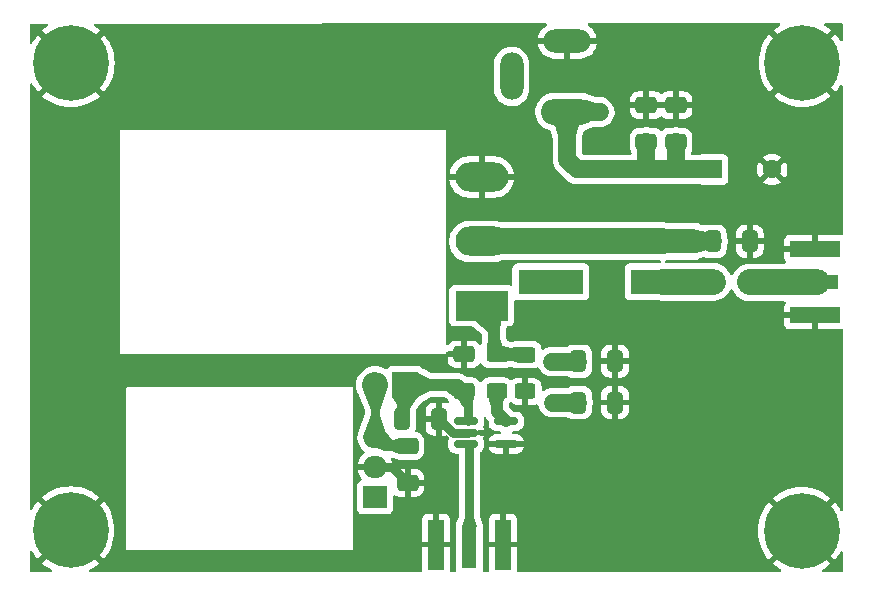
<source format=gbr>
%TF.GenerationSoftware,KiCad,Pcbnew,8.99.0-unknown-8ec1016ccf~178~ubuntu22.04.1*%
%TF.CreationDate,2024-05-09T20:44:09+05:30*%
%TF.ProjectId,HF-PA-v10,48462d50-412d-4763-9130-2e6b69636164,rev?*%
%TF.SameCoordinates,Original*%
%TF.FileFunction,Copper,L1,Top*%
%TF.FilePolarity,Positive*%
%FSLAX46Y46*%
G04 Gerber Fmt 4.6, Leading zero omitted, Abs format (unit mm)*
G04 Created by KiCad (PCBNEW 8.99.0-unknown-8ec1016ccf~178~ubuntu22.04.1) date 2024-05-09 20:44:09*
%MOMM*%
%LPD*%
G01*
G04 APERTURE LIST*
G04 Aperture macros list*
%AMRoundRect*
0 Rectangle with rounded corners*
0 $1 Rounding radius*
0 $2 $3 $4 $5 $6 $7 $8 $9 X,Y pos of 4 corners*
0 Add a 4 corners polygon primitive as box body*
4,1,4,$2,$3,$4,$5,$6,$7,$8,$9,$2,$3,0*
0 Add four circle primitives for the rounded corners*
1,1,$1+$1,$2,$3*
1,1,$1+$1,$4,$5*
1,1,$1+$1,$6,$7*
1,1,$1+$1,$8,$9*
0 Add four rect primitives between the rounded corners*
20,1,$1+$1,$2,$3,$4,$5,0*
20,1,$1+$1,$4,$5,$6,$7,0*
20,1,$1+$1,$6,$7,$8,$9,0*
20,1,$1+$1,$8,$9,$2,$3,0*%
G04 Aperture macros list end*
%TA.AperFunction,ComponentPad*%
%ADD10C,0.800000*%
%TD*%
%TA.AperFunction,ComponentPad*%
%ADD11C,6.400000*%
%TD*%
%TA.AperFunction,SMDPad,CuDef*%
%ADD12R,3.600000X1.270000*%
%TD*%
%TA.AperFunction,SMDPad,CuDef*%
%ADD13R,4.200000X1.350000*%
%TD*%
%TA.AperFunction,SMDPad,CuDef*%
%ADD14RoundRect,0.250000X-0.412500X-0.650000X0.412500X-0.650000X0.412500X0.650000X-0.412500X0.650000X0*%
%TD*%
%TA.AperFunction,ComponentPad*%
%ADD15O,4.400000X2.200000*%
%TD*%
%TA.AperFunction,ComponentPad*%
%ADD16O,4.000000X2.000000*%
%TD*%
%TA.AperFunction,ComponentPad*%
%ADD17O,2.000000X4.000000*%
%TD*%
%TA.AperFunction,SMDPad,CuDef*%
%ADD18RoundRect,0.250000X0.650000X-0.412500X0.650000X0.412500X-0.650000X0.412500X-0.650000X-0.412500X0*%
%TD*%
%TA.AperFunction,ComponentPad*%
%ADD19R,2.000000X1.905000*%
%TD*%
%TA.AperFunction,ComponentPad*%
%ADD20O,2.000000X1.905000*%
%TD*%
%TA.AperFunction,SMDPad,CuDef*%
%ADD21R,1.270000X3.600000*%
%TD*%
%TA.AperFunction,SMDPad,CuDef*%
%ADD22R,1.350000X4.200000*%
%TD*%
%TA.AperFunction,ComponentPad*%
%ADD23R,4.500000X2.500000*%
%TD*%
%TA.AperFunction,ComponentPad*%
%ADD24O,4.500000X2.500000*%
%TD*%
%TA.AperFunction,SMDPad,CuDef*%
%ADD25RoundRect,0.250000X0.412500X0.650000X-0.412500X0.650000X-0.412500X-0.650000X0.412500X-0.650000X0*%
%TD*%
%TA.AperFunction,ComponentPad*%
%ADD26R,2.200000X2.200000*%
%TD*%
%TA.AperFunction,ComponentPad*%
%ADD27O,2.200000X2.200000*%
%TD*%
%TA.AperFunction,SMDPad,CuDef*%
%ADD28RoundRect,0.162500X-0.837500X-0.162500X0.837500X-0.162500X0.837500X0.162500X-0.837500X0.162500X0*%
%TD*%
%TA.AperFunction,ComponentPad*%
%ADD29R,1.600000X1.600000*%
%TD*%
%TA.AperFunction,ComponentPad*%
%ADD30C,1.600000*%
%TD*%
%TA.AperFunction,SMDPad,CuDef*%
%ADD31R,5.500000X2.150000*%
%TD*%
%TA.AperFunction,SMDPad,CuDef*%
%ADD32RoundRect,0.250000X-0.650000X0.412500X-0.650000X-0.412500X0.650000X-0.412500X0.650000X0.412500X0*%
%TD*%
%TA.AperFunction,SMDPad,CuDef*%
%ADD33RoundRect,0.250000X-0.625000X0.400000X-0.625000X-0.400000X0.625000X-0.400000X0.625000X0.400000X0*%
%TD*%
%TA.AperFunction,ViaPad*%
%ADD34C,0.800000*%
%TD*%
%TA.AperFunction,Conductor*%
%ADD35C,0.750000*%
%TD*%
%TA.AperFunction,Conductor*%
%ADD36C,1.000000*%
%TD*%
%TA.AperFunction,Conductor*%
%ADD37C,1.500000*%
%TD*%
%TA.AperFunction,Conductor*%
%ADD38C,2.200000*%
%TD*%
G04 APERTURE END LIST*
D10*
%TO.P,H3,1,1*%
%TO.N,GND*%
X139400000Y-105720000D03*
X140102944Y-104022944D03*
X140102944Y-107417056D03*
X141800000Y-103320000D03*
D11*
X141800000Y-105720000D03*
D10*
X141800000Y-108120000D03*
X143497056Y-104022944D03*
X143497056Y-107417056D03*
X144200000Y-105720000D03*
%TD*%
D12*
%TO.P,RF_OUT1,1,In*%
%TO.N,Net-(RF_OUT1-In)*%
X205007500Y-84720000D03*
D13*
%TO.P,RF_OUT1,2,Ext*%
%TO.N,GND*%
X204807500Y-87545000D03*
X204807500Y-81895000D03*
%TD*%
D14*
%TO.P,C12,1*%
%TO.N,+VDC*%
X184757500Y-94920000D03*
%TO.P,C12,2*%
%TO.N,GND*%
X187882500Y-94920000D03*
%TD*%
D15*
%TO.P,Power1,1*%
%TO.N,+VDC*%
X183850000Y-70312500D03*
D16*
%TO.P,Power1,2*%
%TO.N,GND*%
X183850000Y-64312500D03*
D17*
%TO.P,Power1,3*%
%TO.N,unconnected-(Power1-Pad3)*%
X179150000Y-67312500D03*
%TD*%
D14*
%TO.P,C9,1*%
%TO.N,11.5V*%
X169887500Y-96320000D03*
%TO.P,C9,2*%
%TO.N,GND*%
X173012500Y-96320000D03*
%TD*%
D18*
%TO.P,C4,1*%
%TO.N,11.5V*%
X175110000Y-93962500D03*
%TO.P,C4,2*%
%TO.N,GND*%
X175110000Y-90837500D03*
%TD*%
D10*
%TO.P,H4,1,1*%
%TO.N,GND*%
X201300000Y-105790000D03*
X202002944Y-104092944D03*
X202002944Y-107487056D03*
X203700000Y-103390000D03*
D11*
X203700000Y-105790000D03*
D10*
X203700000Y-108190000D03*
X205397056Y-104092944D03*
X205397056Y-107487056D03*
X206100000Y-105790000D03*
%TD*%
D19*
%TO.P,U3,1,VI*%
%TO.N,+VDC*%
X167580000Y-102930000D03*
D20*
%TO.P,U3,2,GND*%
%TO.N,GND*%
X167580000Y-100390000D03*
%TO.P,U3,3,VO*%
%TO.N,Net-(D1-A)*%
X167580000Y-97850000D03*
%TD*%
D14*
%TO.P,C1,1*%
%TO.N,/DRAIN*%
X196177500Y-81260000D03*
%TO.P,C1,2*%
%TO.N,GND*%
X199302500Y-81260000D03*
%TD*%
D21*
%TO.P,RF_IN1,1,In*%
%TO.N,Net-(RF_IN1-In)*%
X175570000Y-107140000D03*
D22*
%TO.P,RF_IN1,2,Ext*%
%TO.N,GND*%
X172745000Y-106940000D03*
X178395000Y-106940000D03*
%TD*%
D23*
%TO.P,Q1,1,G*%
%TO.N,Net-(Q1-G)*%
X176600000Y-86720000D03*
D24*
%TO.P,Q1,2,D*%
%TO.N,/DRAIN*%
X176600000Y-81270000D03*
%TO.P,Q1,3,S*%
%TO.N,GND*%
X176600000Y-75820000D03*
%TD*%
D25*
%TO.P,C3,1*%
%TO.N,Net-(RF_OUT1-In)*%
X199330000Y-84750000D03*
%TO.P,C3,2*%
%TO.N,Net-(C3-Pad2)*%
X196205000Y-84750000D03*
%TD*%
D26*
%TO.P,D1,1,K*%
%TO.N,11.5V*%
X170110000Y-93430000D03*
D27*
%TO.P,D1,2,A*%
%TO.N,Net-(D1-A)*%
X167570000Y-93430000D03*
%TD*%
D28*
%TO.P,U2,1,VDD*%
%TO.N,11.5V*%
X175270000Y-96512500D03*
%TO.P,U2,2,GND*%
%TO.N,GND*%
X175270000Y-97462500D03*
%TO.P,U2,3,IN+*%
%TO.N,Net-(RF_IN1-In)*%
X175270000Y-98412500D03*
%TO.P,U2,4,IN-*%
%TO.N,GND*%
X178690000Y-98412500D03*
%TO.P,U2,5,OUT*%
%TO.N,Net-(U2-OUT)*%
X178690000Y-96512500D03*
%TD*%
D29*
%TO.P,C6,1*%
%TO.N,+VDC*%
X196187349Y-75180000D03*
D30*
%TO.P,C6,2*%
%TO.N,GND*%
X201187349Y-75180000D03*
%TD*%
D31*
%TO.P,T1,1*%
%TO.N,/DRAIN*%
X182460000Y-81275000D03*
%TO.P,T1,2*%
%TO.N,+VDC*%
X182460000Y-84705000D03*
%TO.P,T1,3*%
%TO.N,Net-(C3-Pad2)*%
X191960000Y-84705000D03*
%TO.P,T1,4*%
%TO.N,/DRAIN*%
X191960000Y-81275000D03*
%TD*%
D10*
%TO.P,H1,1,1*%
%TO.N,GND*%
X139430000Y-66200000D03*
X140132944Y-64502944D03*
X140132944Y-67897056D03*
X141830000Y-63800000D03*
D11*
X141830000Y-66200000D03*
D10*
X141830000Y-68600000D03*
X143527056Y-64502944D03*
X143527056Y-67897056D03*
X144230000Y-66200000D03*
%TD*%
D18*
%TO.P,C5,1*%
%TO.N,+VDC*%
X193040000Y-72862500D03*
%TO.P,C5,2*%
%TO.N,GND*%
X193040000Y-69737500D03*
%TD*%
D32*
%TO.P,C8,1*%
%TO.N,Net-(D1-A)*%
X170340000Y-98597500D03*
%TO.P,C8,2*%
%TO.N,GND*%
X170340000Y-101722500D03*
%TD*%
D18*
%TO.P,C10,1*%
%TO.N,+VDC*%
X190550000Y-72862500D03*
%TO.P,C10,2*%
%TO.N,GND*%
X190550000Y-69737500D03*
%TD*%
D10*
%TO.P,H2,1,1*%
%TO.N,GND*%
X201352944Y-66177944D03*
X202055888Y-64480888D03*
X202055888Y-67875000D03*
X203752944Y-63777944D03*
D11*
X203752944Y-66177944D03*
D10*
X203752944Y-68577944D03*
X205450000Y-64480888D03*
X205450000Y-67875000D03*
X206152944Y-66177944D03*
%TD*%
D33*
%TO.P,R2,1*%
%TO.N,Net-(Q1-G)*%
X177860000Y-90840000D03*
%TO.P,R2,2*%
%TO.N,Net-(U2-OUT)*%
X177860000Y-93940000D03*
%TD*%
%TO.P,R3,1*%
%TO.N,Net-(Q1-G)*%
X180300000Y-90870000D03*
%TO.P,R3,2*%
%TO.N,GND*%
X180300000Y-93970000D03*
%TD*%
D14*
%TO.P,C2,1*%
%TO.N,+VDC*%
X184770000Y-91410000D03*
%TO.P,C2,2*%
%TO.N,GND*%
X187895000Y-91410000D03*
%TD*%
D34*
%TO.N,GND*%
X143980000Y-76400000D03*
X197820000Y-64080000D03*
X164810000Y-92610000D03*
X141680000Y-98740000D03*
X143980000Y-71320000D03*
X141470000Y-89050000D03*
X157950000Y-65770000D03*
X141470000Y-76340000D03*
X201370000Y-97830000D03*
X167160000Y-106730000D03*
X192740000Y-64080000D03*
X190140000Y-66590000D03*
X167830000Y-65770000D03*
X163310000Y-91370000D03*
X175450000Y-65770000D03*
X153280000Y-70470000D03*
X198830000Y-97830000D03*
X150850000Y-65770000D03*
X165990000Y-70470000D03*
X172340000Y-91340000D03*
X192060000Y-100340000D03*
X190200000Y-64080000D03*
X206170000Y-78980000D03*
X164770000Y-91340000D03*
X195220000Y-66590000D03*
X193690000Y-100340000D03*
X192370000Y-105840000D03*
X153390000Y-65770000D03*
X168050000Y-91290000D03*
X187040000Y-97830000D03*
X201310000Y-100340000D03*
X172910000Y-65770000D03*
X147260000Y-91290000D03*
X196230000Y-94700000D03*
X203660000Y-76380000D03*
X147210000Y-92570000D03*
X193750000Y-97830000D03*
X189770000Y-108350000D03*
X141470000Y-78880000D03*
X198830000Y-92190000D03*
X196290000Y-97830000D03*
X152340000Y-91290000D03*
X203660000Y-71300000D03*
X155870000Y-68280000D03*
X144190000Y-96260000D03*
X157890000Y-68280000D03*
X172870000Y-70450000D03*
X197450000Y-105840000D03*
X160430000Y-68280000D03*
X167010000Y-91290000D03*
X205970000Y-92210000D03*
X203460000Y-94690000D03*
X169120000Y-91290000D03*
X161570000Y-92620000D03*
X196230000Y-100340000D03*
X206170000Y-76440000D03*
X148310000Y-65770000D03*
X163030000Y-65770000D03*
X163450000Y-70470000D03*
X143980000Y-86570000D03*
X165510000Y-68280000D03*
X167160000Y-108140000D03*
X169040000Y-108100000D03*
X195280000Y-64080000D03*
X196290000Y-92190000D03*
X171209837Y-91316574D03*
X150790000Y-68280000D03*
X203660000Y-73840000D03*
X141470000Y-86510000D03*
X144190000Y-98800000D03*
X154880000Y-91290000D03*
X161620000Y-91340000D03*
X193690000Y-94700000D03*
X192310000Y-108350000D03*
X175390000Y-68280000D03*
X201370000Y-92190000D03*
X141470000Y-73800000D03*
X197760000Y-66590000D03*
X154830000Y-92570000D03*
X148200000Y-70470000D03*
X170310000Y-68280000D03*
X141470000Y-83970000D03*
X143980000Y-78940000D03*
X143980000Y-81490000D03*
X192680000Y-66590000D03*
X205970000Y-94750000D03*
X170330000Y-70450000D03*
X170370000Y-65770000D03*
X197390000Y-108350000D03*
X141680000Y-101280000D03*
X184440000Y-100340000D03*
X159490000Y-92620000D03*
X149800000Y-91290000D03*
X178700000Y-100050000D03*
X170160000Y-91290000D03*
X175410000Y-70450000D03*
X184500000Y-97830000D03*
X152290000Y-92570000D03*
X194850000Y-108350000D03*
X189580000Y-97830000D03*
X162970000Y-68280000D03*
X150740000Y-70470000D03*
X155820000Y-70470000D03*
X167790000Y-70450000D03*
X167770000Y-68280000D03*
X143980000Y-73860000D03*
X159540000Y-91340000D03*
X144190000Y-101340000D03*
X173054721Y-100470673D03*
X160910000Y-70470000D03*
X206170000Y-71360000D03*
X173060000Y-99190000D03*
X160490000Y-65770000D03*
X201310000Y-94700000D03*
X157030000Y-91280000D03*
X163350000Y-92640000D03*
X143980000Y-84030000D03*
X149750000Y-92570000D03*
X189520000Y-100340000D03*
X141470000Y-81430000D03*
X203660000Y-78920000D03*
X155930000Y-65770000D03*
X169040000Y-106770000D03*
X198770000Y-100340000D03*
X165960000Y-91290000D03*
X206170000Y-73900000D03*
X141680000Y-93660000D03*
X148250000Y-68280000D03*
X141680000Y-96200000D03*
X198770000Y-94700000D03*
X144190000Y-93720000D03*
X193750000Y-92190000D03*
X141470000Y-71260000D03*
X165570000Y-65770000D03*
X143980000Y-89110000D03*
X153330000Y-68280000D03*
X203460000Y-92150000D03*
X172850000Y-68280000D03*
X192120000Y-97830000D03*
X189830000Y-105840000D03*
X194910000Y-105840000D03*
X186980000Y-100340000D03*
X156980000Y-92560000D03*
%TO.N,+VDC*%
X181570000Y-84800000D03*
X184460000Y-84870000D03*
X182570000Y-91450000D03*
X182640000Y-94920000D03*
X182590000Y-84860000D03*
X183420000Y-84210000D03*
X180560000Y-84830000D03*
%TD*%
D35*
%TO.N,GND*%
X170340000Y-101722500D02*
X169007500Y-100390000D01*
X174182500Y-97472500D02*
X173070000Y-96360000D01*
X169007500Y-100390000D02*
X167580000Y-100390000D01*
X175440000Y-97472500D02*
X174182500Y-97472500D01*
X175440000Y-97472500D02*
X174562514Y-97472500D01*
D36*
%TO.N,Net-(Q1-G)*%
X177630000Y-90490000D02*
X177930000Y-90790000D01*
X177860000Y-90840000D02*
X180270000Y-90840000D01*
X177630000Y-86870000D02*
X177630000Y-90490000D01*
D37*
%TO.N,/DRAIN*%
X191960000Y-81275000D02*
X196162500Y-81275000D01*
D38*
X176600000Y-81270000D02*
X182455000Y-81270000D01*
X182455000Y-81270000D02*
X182460000Y-81275000D01*
X182460000Y-81275000D02*
X191960000Y-81275000D01*
D37*
X196162500Y-81275000D02*
X196177500Y-81260000D01*
D38*
%TO.N,Net-(RF_OUT1-In)*%
X199330000Y-84750000D02*
X204977500Y-84750000D01*
D35*
%TO.N,Net-(D1-A)*%
X168327500Y-98597500D02*
X167580000Y-97850000D01*
X170340000Y-98597500D02*
X168327500Y-98597500D01*
X167580000Y-97850000D02*
X167580000Y-93600000D01*
D36*
%TO.N,11.5V*%
X170110000Y-93430000D02*
X174577500Y-93430000D01*
X174577500Y-93430000D02*
X175110000Y-93962500D01*
D35*
X175440000Y-94610000D02*
X175440000Y-96522500D01*
X170097500Y-96330000D02*
X170097500Y-93442500D01*
D36*
%TO.N,Net-(U2-OUT)*%
X177860000Y-93940000D02*
X177860000Y-95682500D01*
X177860000Y-95682500D02*
X178690000Y-96512500D01*
D35*
%TO.N,Net-(RF_IN1-In)*%
X175570000Y-98552500D02*
X175440000Y-98422500D01*
X175570000Y-107140000D02*
X175570000Y-98552500D01*
D38*
%TO.N,Net-(C3-Pad2)*%
X191960000Y-84705000D02*
X196160000Y-84705000D01*
D37*
%TO.N,+VDC*%
X186110000Y-75170000D02*
X184650000Y-75170000D01*
X193070000Y-75170000D02*
X191160000Y-75170000D01*
X186120000Y-75180000D02*
X196187349Y-75180000D01*
X191160000Y-75170000D02*
X190570000Y-75170000D01*
X183850000Y-74370000D02*
X183850000Y-70312500D01*
X183270000Y-70892500D02*
X183850000Y-70312500D01*
X186110000Y-75170000D02*
X186120000Y-75180000D01*
X190550000Y-72862500D02*
X190550000Y-75150000D01*
X195330000Y-75170000D02*
X193070000Y-75170000D01*
X182640000Y-94920000D02*
X184757500Y-94920000D01*
X192270000Y-75170000D02*
X192280000Y-75180000D01*
X193040000Y-72862500D02*
X193040000Y-75140000D01*
X186560000Y-70312500D02*
X186600000Y-70352500D01*
X193040000Y-75140000D02*
X193070000Y-75170000D01*
X191160000Y-75170000D02*
X192270000Y-75170000D01*
X182570000Y-91450000D02*
X184730000Y-91450000D01*
X190570000Y-75170000D02*
X186110000Y-75170000D01*
X183850000Y-70312500D02*
X186560000Y-70312500D01*
X190550000Y-75150000D02*
X190570000Y-75170000D01*
X184650000Y-75170000D02*
X183850000Y-74370000D01*
%TD*%
%TA.AperFunction,Conductor*%
%TO.N,GND*%
G36*
X139891004Y-107275442D02*
G01*
X139852944Y-107367328D01*
X139852944Y-107466784D01*
X139891004Y-107558670D01*
X139961330Y-107628996D01*
X140053216Y-107667056D01*
X140152672Y-107667056D01*
X140244554Y-107628997D01*
X139364648Y-108508903D01*
X139364649Y-108508904D01*
X139622206Y-108717468D01*
X139947456Y-108928689D01*
X140146319Y-109030015D01*
X140197115Y-109077989D01*
X140213910Y-109145810D01*
X140191373Y-109211945D01*
X140136658Y-109255397D01*
X140090024Y-109264500D01*
X138457869Y-109264500D01*
X138390830Y-109244815D01*
X138345075Y-109192011D01*
X138333870Y-109140927D01*
X138330501Y-108161633D01*
X138330500Y-108161206D01*
X138330500Y-107577172D01*
X138350185Y-107510133D01*
X138402989Y-107464378D01*
X138472147Y-107454434D01*
X138535703Y-107483459D01*
X138564985Y-107520877D01*
X138591310Y-107572543D01*
X138802531Y-107897793D01*
X139011095Y-108155350D01*
X139011096Y-108155350D01*
X139891004Y-107275442D01*
G37*
%TD.AperFunction*%
%TA.AperFunction,Conductor*%
G36*
X201842875Y-62797848D02*
G01*
X201888681Y-62850607D01*
X201898692Y-62919756D01*
X201869729Y-62983340D01*
X201843473Y-63006223D01*
X201575146Y-63180478D01*
X201317592Y-63389039D01*
X201317592Y-63389040D01*
X202197499Y-64268946D01*
X202105616Y-64230888D01*
X202006160Y-64230888D01*
X201914274Y-64268948D01*
X201843948Y-64339274D01*
X201805888Y-64431160D01*
X201805888Y-64530616D01*
X201843946Y-64622498D01*
X200964040Y-63742592D01*
X200964039Y-63742592D01*
X200755475Y-64000150D01*
X200544254Y-64325400D01*
X200368188Y-64670949D01*
X200229206Y-65033007D01*
X200128831Y-65407613D01*
X200128830Y-65407620D01*
X200068163Y-65790656D01*
X200047866Y-66177943D01*
X200047866Y-66177944D01*
X200068163Y-66565231D01*
X200128830Y-66948267D01*
X200128831Y-66948274D01*
X200229206Y-67322880D01*
X200368188Y-67684938D01*
X200544254Y-68030487D01*
X200755475Y-68355737D01*
X200964039Y-68613294D01*
X200964040Y-68613294D01*
X201843948Y-67733386D01*
X201805888Y-67825272D01*
X201805888Y-67924728D01*
X201843948Y-68016614D01*
X201914274Y-68086940D01*
X202006160Y-68125000D01*
X202105616Y-68125000D01*
X202197498Y-68086941D01*
X201317592Y-68966847D01*
X201317593Y-68966848D01*
X201575150Y-69175412D01*
X201900400Y-69386633D01*
X202245949Y-69562699D01*
X202608007Y-69701681D01*
X202982613Y-69802056D01*
X202982620Y-69802057D01*
X203365656Y-69862724D01*
X203752943Y-69883022D01*
X203752945Y-69883022D01*
X204140231Y-69862724D01*
X204523267Y-69802057D01*
X204523274Y-69802056D01*
X204897880Y-69701681D01*
X205259938Y-69562699D01*
X205605487Y-69386633D01*
X205930727Y-69175420D01*
X205930729Y-69175419D01*
X206188293Y-68966846D01*
X205308387Y-68086940D01*
X205400272Y-68125000D01*
X205499728Y-68125000D01*
X205591614Y-68086940D01*
X205661940Y-68016614D01*
X205700000Y-67924728D01*
X205700000Y-67825272D01*
X205661940Y-67733387D01*
X206541846Y-68613293D01*
X206750419Y-68355729D01*
X206750419Y-68355727D01*
X206950381Y-68047814D01*
X207003402Y-68002311D01*
X207072607Y-67992697D01*
X207136024Y-68022024D01*
X207173518Y-68080981D01*
X207178375Y-68114922D01*
X207199499Y-74255603D01*
X207199500Y-74256030D01*
X207199500Y-80616668D01*
X207179815Y-80683707D01*
X207127011Y-80729462D01*
X207057853Y-80739406D01*
X207032171Y-80732851D01*
X207014885Y-80726404D01*
X207014872Y-80726401D01*
X206955344Y-80720000D01*
X205057500Y-80720000D01*
X205057500Y-82021000D01*
X205037815Y-82088039D01*
X204985011Y-82133794D01*
X204933500Y-82145000D01*
X202207500Y-82145000D01*
X202207500Y-82617844D01*
X202213901Y-82677372D01*
X202213903Y-82677379D01*
X202264145Y-82812086D01*
X202264149Y-82812093D01*
X202350309Y-82927187D01*
X202356582Y-82933460D01*
X202355359Y-82934682D01*
X202390906Y-82982166D01*
X202395890Y-83051858D01*
X202362406Y-83113181D01*
X202301083Y-83146666D01*
X202274724Y-83149500D01*
X199204038Y-83149500D01*
X199079626Y-83169205D01*
X198955214Y-83188910D01*
X198715616Y-83266760D01*
X198491151Y-83381132D01*
X198287350Y-83529201D01*
X198287345Y-83529205D01*
X198109205Y-83707345D01*
X198109201Y-83707350D01*
X197961129Y-83911155D01*
X197961128Y-83911156D01*
X197866893Y-84096101D01*
X197818919Y-84146897D01*
X197751098Y-84163692D01*
X197684963Y-84141154D01*
X197647286Y-84094027D01*
X197645453Y-84094962D01*
X197615985Y-84037128D01*
X197528870Y-83866155D01*
X197509952Y-83840117D01*
X197380798Y-83662350D01*
X197380794Y-83662345D01*
X197202654Y-83484205D01*
X197202649Y-83484201D01*
X196998848Y-83336132D01*
X196998847Y-83336131D01*
X196998845Y-83336130D01*
X196862697Y-83266759D01*
X196774383Y-83221760D01*
X196534785Y-83143910D01*
X196443811Y-83129501D01*
X196285962Y-83104500D01*
X192215677Y-83104500D01*
X192148638Y-83084815D01*
X192102883Y-83032011D01*
X192092939Y-82962853D01*
X192121964Y-82899297D01*
X192180742Y-82861523D01*
X192196279Y-82858027D01*
X192234167Y-82852026D01*
X192253565Y-82850499D01*
X194757871Y-82850499D01*
X194757872Y-82850499D01*
X194817483Y-82844091D01*
X194952331Y-82793796D01*
X195049305Y-82721201D01*
X195093531Y-82700174D01*
X195440556Y-82613417D01*
X195509629Y-82616008D01*
X195612203Y-82649999D01*
X195714991Y-82660500D01*
X196640008Y-82660499D01*
X196640016Y-82660498D01*
X196640019Y-82660498D01*
X196696302Y-82654748D01*
X196742797Y-82649999D01*
X196909334Y-82594814D01*
X197058656Y-82502712D01*
X197182712Y-82378656D01*
X197274814Y-82229334D01*
X197329999Y-82062797D01*
X197340500Y-81960009D01*
X197340500Y-81959986D01*
X198140001Y-81959986D01*
X198150494Y-82062697D01*
X198205641Y-82229119D01*
X198205643Y-82229124D01*
X198297684Y-82378345D01*
X198421654Y-82502315D01*
X198570875Y-82594356D01*
X198570880Y-82594358D01*
X198737302Y-82649505D01*
X198737309Y-82649506D01*
X198840019Y-82659999D01*
X199052499Y-82659999D01*
X199552500Y-82659999D01*
X199764972Y-82659999D01*
X199764986Y-82659998D01*
X199867697Y-82649505D01*
X200034119Y-82594358D01*
X200034124Y-82594356D01*
X200183345Y-82502315D01*
X200307315Y-82378345D01*
X200399356Y-82229124D01*
X200399358Y-82229119D01*
X200454505Y-82062697D01*
X200454506Y-82062690D01*
X200464999Y-81959986D01*
X200465000Y-81959973D01*
X200465000Y-81510000D01*
X199552500Y-81510000D01*
X199552500Y-82659999D01*
X199052499Y-82659999D01*
X199052500Y-82659998D01*
X199052500Y-81510000D01*
X198140001Y-81510000D01*
X198140001Y-81959986D01*
X197340500Y-81959986D01*
X197340499Y-81746998D01*
X197346568Y-81708679D01*
X197397209Y-81552826D01*
X197423832Y-81384734D01*
X197428000Y-81358422D01*
X197428000Y-81172155D01*
X202207500Y-81172155D01*
X202207500Y-81645000D01*
X204557500Y-81645000D01*
X204557500Y-80720000D01*
X202659655Y-80720000D01*
X202600127Y-80726401D01*
X202600120Y-80726403D01*
X202465413Y-80776645D01*
X202465406Y-80776649D01*
X202350312Y-80862809D01*
X202350309Y-80862812D01*
X202264149Y-80977906D01*
X202264145Y-80977913D01*
X202213903Y-81112620D01*
X202213901Y-81112627D01*
X202207500Y-81172155D01*
X197428000Y-81172155D01*
X197428000Y-81161578D01*
X197397209Y-80967173D01*
X197346568Y-80811318D01*
X197340499Y-80772999D01*
X197340499Y-80560013D01*
X198140000Y-80560013D01*
X198140000Y-81010000D01*
X199052500Y-81010000D01*
X199552500Y-81010000D01*
X200464999Y-81010000D01*
X200464999Y-80560028D01*
X200464998Y-80560013D01*
X200454505Y-80457302D01*
X200399358Y-80290880D01*
X200399356Y-80290875D01*
X200307315Y-80141654D01*
X200183345Y-80017684D01*
X200034124Y-79925643D01*
X200034119Y-79925641D01*
X199867697Y-79870494D01*
X199867690Y-79870493D01*
X199764986Y-79860000D01*
X199552500Y-79860000D01*
X199552500Y-81010000D01*
X199052500Y-81010000D01*
X199052500Y-79860000D01*
X198840029Y-79860000D01*
X198840012Y-79860001D01*
X198737302Y-79870494D01*
X198570880Y-79925641D01*
X198570875Y-79925643D01*
X198421654Y-80017684D01*
X198297684Y-80141654D01*
X198205643Y-80290875D01*
X198205641Y-80290880D01*
X198150494Y-80457302D01*
X198150493Y-80457309D01*
X198140000Y-80560013D01*
X197340499Y-80560013D01*
X197340499Y-80559998D01*
X197340498Y-80559981D01*
X197329999Y-80457203D01*
X197329998Y-80457200D01*
X197306984Y-80387748D01*
X197274814Y-80290666D01*
X197182712Y-80141344D01*
X197058656Y-80017288D01*
X196909334Y-79925186D01*
X196742797Y-79870001D01*
X196742795Y-79870000D01*
X196640010Y-79859500D01*
X195714998Y-79859500D01*
X195714980Y-79859501D01*
X195612203Y-79870000D01*
X195612200Y-79870001D01*
X195458032Y-79921088D01*
X195388954Y-79923680D01*
X195093538Y-79849826D01*
X195049301Y-79828795D01*
X194952331Y-79756204D01*
X194952328Y-79756202D01*
X194817482Y-79705908D01*
X194817483Y-79705908D01*
X194757883Y-79699501D01*
X194757881Y-79699500D01*
X194757873Y-79699500D01*
X194757865Y-79699500D01*
X192253564Y-79699500D01*
X192234166Y-79697973D01*
X192085967Y-79674500D01*
X192085962Y-79674500D01*
X182622289Y-79674500D01*
X182602891Y-79672973D01*
X182592420Y-79671314D01*
X182580964Y-79669500D01*
X182580962Y-79669500D01*
X178334993Y-79669500D01*
X178287540Y-79660061D01*
X178163896Y-79608845D01*
X178163889Y-79608843D01*
X178163887Y-79608842D01*
X177942238Y-79549452D01*
X177904215Y-79544446D01*
X177714741Y-79519500D01*
X177714734Y-79519500D01*
X175485266Y-79519500D01*
X175485258Y-79519500D01*
X175268715Y-79548009D01*
X175257762Y-79549452D01*
X175164076Y-79574554D01*
X175036112Y-79608842D01*
X174824123Y-79696650D01*
X174824109Y-79696657D01*
X174625382Y-79811392D01*
X174443338Y-79951081D01*
X174281081Y-80113338D01*
X174141392Y-80295382D01*
X174026657Y-80494109D01*
X174026650Y-80494123D01*
X173938842Y-80706112D01*
X173879453Y-80927759D01*
X173879451Y-80927770D01*
X173849500Y-81155258D01*
X173849500Y-81384741D01*
X173865992Y-81510000D01*
X173879452Y-81612238D01*
X173905293Y-81708679D01*
X173938842Y-81833887D01*
X174026650Y-82045876D01*
X174026657Y-82045890D01*
X174036361Y-82062697D01*
X174132569Y-82229336D01*
X174141392Y-82244617D01*
X174281081Y-82426661D01*
X174281089Y-82426670D01*
X174443330Y-82588911D01*
X174443338Y-82588918D01*
X174443339Y-82588919D01*
X174463891Y-82604689D01*
X174625382Y-82728607D01*
X174625385Y-82728608D01*
X174625388Y-82728611D01*
X174824112Y-82843344D01*
X174824117Y-82843346D01*
X174824123Y-82843349D01*
X174901743Y-82875500D01*
X175036113Y-82931158D01*
X175257762Y-82990548D01*
X175485266Y-83020500D01*
X175485273Y-83020500D01*
X177714727Y-83020500D01*
X177714734Y-83020500D01*
X177942238Y-82990548D01*
X178163887Y-82931158D01*
X178287540Y-82879938D01*
X178334993Y-82870500D01*
X182292711Y-82870500D01*
X182312108Y-82872026D01*
X182322579Y-82873685D01*
X182334036Y-82875500D01*
X191704317Y-82875500D01*
X191771356Y-82895185D01*
X191817111Y-82947989D01*
X191827055Y-83017147D01*
X191798030Y-83080703D01*
X191739252Y-83118477D01*
X191723715Y-83121973D01*
X191685832Y-83127973D01*
X191666434Y-83129500D01*
X189162129Y-83129500D01*
X189162123Y-83129501D01*
X189102516Y-83135908D01*
X188967671Y-83186202D01*
X188967664Y-83186206D01*
X188852455Y-83272452D01*
X188852452Y-83272455D01*
X188766206Y-83387664D01*
X188766202Y-83387671D01*
X188715908Y-83522517D01*
X188711361Y-83564815D01*
X188709501Y-83582123D01*
X188709500Y-83582135D01*
X188709500Y-85827870D01*
X188709501Y-85827876D01*
X188715908Y-85887483D01*
X188766202Y-86022328D01*
X188766206Y-86022335D01*
X188852452Y-86137544D01*
X188852455Y-86137547D01*
X188967664Y-86223793D01*
X188967671Y-86223797D01*
X189102517Y-86274091D01*
X189102516Y-86274091D01*
X189109444Y-86274835D01*
X189162127Y-86280500D01*
X191666434Y-86280499D01*
X191685832Y-86282026D01*
X191746582Y-86291648D01*
X191834038Y-86305500D01*
X191834039Y-86305500D01*
X196285961Y-86305500D01*
X196285962Y-86305500D01*
X196534785Y-86266090D01*
X196774379Y-86188241D01*
X196998845Y-86073870D01*
X197202656Y-85925793D01*
X197380793Y-85747656D01*
X197528870Y-85543845D01*
X197623105Y-85358897D01*
X197671080Y-85308102D01*
X197738900Y-85291307D01*
X197805035Y-85313844D01*
X197842725Y-85360966D01*
X197844547Y-85360038D01*
X197846759Y-85364379D01*
X197938201Y-85543845D01*
X197961132Y-85588848D01*
X198109201Y-85792649D01*
X198109205Y-85792654D01*
X198287345Y-85970794D01*
X198287350Y-85970798D01*
X198465117Y-86099952D01*
X198491155Y-86118870D01*
X198634184Y-86191747D01*
X198715616Y-86233239D01*
X198715618Y-86233239D01*
X198715621Y-86233241D01*
X198955215Y-86311090D01*
X199204038Y-86350500D01*
X199204039Y-86350500D01*
X202224095Y-86350500D01*
X202291134Y-86370185D01*
X202336889Y-86422989D01*
X202346833Y-86492147D01*
X202323361Y-86548812D01*
X202264147Y-86627910D01*
X202264145Y-86627913D01*
X202213903Y-86762620D01*
X202213901Y-86762627D01*
X202207500Y-86822155D01*
X202207500Y-87295000D01*
X204933500Y-87295000D01*
X205000539Y-87314685D01*
X205046294Y-87367489D01*
X205057500Y-87419000D01*
X205057500Y-88720000D01*
X206955328Y-88720000D01*
X206955344Y-88719999D01*
X207014872Y-88713598D01*
X207014878Y-88713597D01*
X207032162Y-88707150D01*
X207101854Y-88702163D01*
X207163178Y-88735646D01*
X207196665Y-88796968D01*
X207199500Y-88823330D01*
X207199500Y-103991706D01*
X207179815Y-104058745D01*
X207127011Y-104104500D01*
X207057853Y-104114444D01*
X206994297Y-104085419D01*
X206965015Y-104048001D01*
X206908689Y-103937456D01*
X206697468Y-103612206D01*
X206488904Y-103354649D01*
X206488903Y-103354648D01*
X205608997Y-104234553D01*
X205647056Y-104142672D01*
X205647056Y-104043216D01*
X205608996Y-103951330D01*
X205538670Y-103881004D01*
X205446784Y-103842944D01*
X205347328Y-103842944D01*
X205255443Y-103881003D01*
X206135350Y-103001096D01*
X206135350Y-103001095D01*
X205877793Y-102792531D01*
X205552543Y-102581310D01*
X205206994Y-102405244D01*
X204844936Y-102266262D01*
X204470330Y-102165887D01*
X204470323Y-102165886D01*
X204087287Y-102105219D01*
X203700001Y-102084922D01*
X203699999Y-102084922D01*
X203312712Y-102105219D01*
X202929676Y-102165886D01*
X202929669Y-102165887D01*
X202555063Y-102266262D01*
X202193005Y-102405244D01*
X201847456Y-102581310D01*
X201522206Y-102792531D01*
X201264648Y-103001095D01*
X201264648Y-103001096D01*
X202144555Y-103881002D01*
X202052672Y-103842944D01*
X201953216Y-103842944D01*
X201861330Y-103881004D01*
X201791004Y-103951330D01*
X201752944Y-104043216D01*
X201752944Y-104142672D01*
X201791002Y-104234554D01*
X200911096Y-103354648D01*
X200911095Y-103354648D01*
X200702531Y-103612206D01*
X200491310Y-103937456D01*
X200315244Y-104283005D01*
X200176262Y-104645063D01*
X200075887Y-105019669D01*
X200075886Y-105019676D01*
X200015219Y-105402712D01*
X199994922Y-105789999D01*
X199994922Y-105790000D01*
X200015219Y-106177287D01*
X200075886Y-106560323D01*
X200075887Y-106560330D01*
X200176262Y-106934936D01*
X200315244Y-107296994D01*
X200491310Y-107642543D01*
X200702531Y-107967793D01*
X200911095Y-108225350D01*
X200911096Y-108225350D01*
X201791004Y-107345442D01*
X201752944Y-107437328D01*
X201752944Y-107536784D01*
X201791004Y-107628670D01*
X201861330Y-107698996D01*
X201953216Y-107737056D01*
X202052672Y-107737056D01*
X202144554Y-107698997D01*
X201264648Y-108578903D01*
X201264649Y-108578904D01*
X201522206Y-108787468D01*
X201847456Y-108998689D01*
X201908936Y-109030015D01*
X201959732Y-109077989D01*
X201976527Y-109145810D01*
X201953990Y-109211945D01*
X201899275Y-109255397D01*
X201852641Y-109264500D01*
X179689052Y-109264500D01*
X179622013Y-109244815D01*
X179576258Y-109192011D01*
X179565763Y-109127244D01*
X179569999Y-109087844D01*
X179570000Y-109087827D01*
X179570000Y-107190000D01*
X177220000Y-107190000D01*
X177220000Y-109087844D01*
X177224237Y-109127244D01*
X177211832Y-109196004D01*
X177164222Y-109247141D01*
X177100948Y-109264500D01*
X176796742Y-109264500D01*
X176729703Y-109244815D01*
X176683948Y-109192011D01*
X176674004Y-109122853D01*
X176680560Y-109097166D01*
X176684037Y-109087844D01*
X176699091Y-109047483D01*
X176705500Y-108987873D01*
X176705499Y-105367384D01*
X176706362Y-105352779D01*
X176708863Y-105331692D01*
X176708857Y-105331463D01*
X176708657Y-105323370D01*
X176706132Y-105283890D01*
X176705569Y-105281649D01*
X176702554Y-105264734D01*
X176699091Y-105232520D01*
X176699091Y-105232517D01*
X176683631Y-105191066D01*
X176679540Y-105177908D01*
X176671117Y-105144336D01*
X176526917Y-104792155D01*
X177220000Y-104792155D01*
X177220000Y-106690000D01*
X178145000Y-106690000D01*
X178645000Y-106690000D01*
X179570000Y-106690000D01*
X179570000Y-104792172D01*
X179569999Y-104792155D01*
X179563598Y-104732627D01*
X179563596Y-104732620D01*
X179513354Y-104597913D01*
X179513350Y-104597906D01*
X179427190Y-104482812D01*
X179427187Y-104482809D01*
X179312093Y-104396649D01*
X179312086Y-104396645D01*
X179177379Y-104346403D01*
X179177372Y-104346401D01*
X179117844Y-104340000D01*
X178645000Y-104340000D01*
X178645000Y-106690000D01*
X178145000Y-106690000D01*
X178145000Y-104340000D01*
X177672155Y-104340000D01*
X177612627Y-104346401D01*
X177612620Y-104346403D01*
X177477913Y-104396645D01*
X177477906Y-104396649D01*
X177362812Y-104482809D01*
X177362809Y-104482812D01*
X177276649Y-104597906D01*
X177276645Y-104597913D01*
X177226403Y-104732620D01*
X177226401Y-104732627D01*
X177220000Y-104792155D01*
X176526917Y-104792155D01*
X176454746Y-104615891D01*
X176445500Y-104568908D01*
X176445500Y-99215338D01*
X176465185Y-99148299D01*
X176505351Y-99109221D01*
X176519388Y-99100736D01*
X176633236Y-98986888D01*
X176716531Y-98849102D01*
X176764430Y-98695387D01*
X176767419Y-98662500D01*
X177193085Y-98662500D01*
X177196064Y-98695292D01*
X177196067Y-98695302D01*
X177243927Y-98848892D01*
X177327163Y-98986580D01*
X177440919Y-99100336D01*
X177578603Y-99183570D01*
X177732207Y-99231434D01*
X177798957Y-99237500D01*
X178440000Y-99237500D01*
X178940000Y-99237500D01*
X179581043Y-99237500D01*
X179647792Y-99231434D01*
X179801396Y-99183570D01*
X179939080Y-99100336D01*
X180052836Y-98986580D01*
X180136072Y-98848892D01*
X180183932Y-98695302D01*
X180183935Y-98695292D01*
X180186914Y-98662500D01*
X178940000Y-98662500D01*
X178940000Y-99237500D01*
X178440000Y-99237500D01*
X178440000Y-98662500D01*
X177193085Y-98662500D01*
X176767419Y-98662500D01*
X176770500Y-98628591D01*
X176770499Y-98196410D01*
X176770499Y-98196409D01*
X176770499Y-98196401D01*
X176764431Y-98129617D01*
X176764429Y-98129609D01*
X176715799Y-97973549D01*
X176714647Y-97903688D01*
X176715799Y-97899767D01*
X176763933Y-97745299D01*
X176763935Y-97745292D01*
X176766914Y-97712500D01*
X176534496Y-97712500D01*
X176470346Y-97694617D01*
X176381602Y-97640969D01*
X176227887Y-97593070D01*
X176227885Y-97593069D01*
X176227883Y-97593069D01*
X176181117Y-97588819D01*
X176161091Y-97587000D01*
X176161088Y-97587000D01*
X175781251Y-97587000D01*
X175714212Y-97567315D01*
X175668457Y-97514511D01*
X175658513Y-97445353D01*
X175687538Y-97381797D01*
X175733788Y-97348443D01*
X175736205Y-97347441D01*
X175783667Y-97337999D01*
X176161097Y-97337999D01*
X176227882Y-97331931D01*
X176227885Y-97331930D01*
X176227887Y-97331930D01*
X176381602Y-97284031D01*
X176470346Y-97230382D01*
X176534496Y-97212500D01*
X176766915Y-97212500D01*
X176766914Y-97212499D01*
X176763935Y-97179707D01*
X176763933Y-97179700D01*
X176715799Y-97025232D01*
X176714647Y-96955371D01*
X176715799Y-96951451D01*
X176716532Y-96949098D01*
X176764430Y-96795387D01*
X176770500Y-96728591D01*
X176770499Y-96296410D01*
X176770499Y-96296409D01*
X176770499Y-96296402D01*
X176767936Y-96268197D01*
X176781473Y-96199652D01*
X176829920Y-96149306D01*
X176897894Y-96133145D01*
X176963816Y-96156299D01*
X176994529Y-96188085D01*
X177082859Y-96320280D01*
X177082860Y-96320281D01*
X177082861Y-96320282D01*
X177153182Y-96390603D01*
X177186666Y-96451924D01*
X177189500Y-96478283D01*
X177189500Y-96728598D01*
X177195568Y-96795382D01*
X177195571Y-96795393D01*
X177243467Y-96949098D01*
X177243468Y-96949100D01*
X177243469Y-96949102D01*
X177326764Y-97086888D01*
X177326766Y-97086891D01*
X177440608Y-97200733D01*
X177440610Y-97200734D01*
X177440612Y-97200736D01*
X177578398Y-97284031D01*
X177732113Y-97331930D01*
X177798909Y-97338000D01*
X178086980Y-97337999D01*
X178154019Y-97357683D01*
X178155845Y-97358880D01*
X178158106Y-97360390D01*
X178202917Y-97413996D01*
X178211633Y-97483320D01*
X178181486Y-97546351D01*
X178122047Y-97583078D01*
X178089227Y-97587500D01*
X177798957Y-97587500D01*
X177732207Y-97593565D01*
X177578603Y-97641429D01*
X177440919Y-97724663D01*
X177327163Y-97838419D01*
X177243927Y-97976107D01*
X177196067Y-98129697D01*
X177196064Y-98129707D01*
X177193085Y-98162499D01*
X177193085Y-98162500D01*
X180186915Y-98162500D01*
X180186914Y-98162499D01*
X180183935Y-98129707D01*
X180183932Y-98129697D01*
X180136072Y-97976107D01*
X180052836Y-97838419D01*
X179939080Y-97724663D01*
X179801396Y-97641429D01*
X179647792Y-97593565D01*
X179581043Y-97587500D01*
X179290773Y-97587500D01*
X179223734Y-97567815D01*
X179177979Y-97515011D01*
X179168035Y-97445853D01*
X179197060Y-97382297D01*
X179221874Y-97360404D01*
X179224120Y-97358903D01*
X179290795Y-97338019D01*
X179293019Y-97337999D01*
X179581097Y-97337999D01*
X179647882Y-97331931D01*
X179647885Y-97331930D01*
X179647887Y-97331930D01*
X179801602Y-97284031D01*
X179939388Y-97200736D01*
X180053236Y-97086888D01*
X180136531Y-96949102D01*
X180184430Y-96795387D01*
X180190500Y-96728591D01*
X180190499Y-96296410D01*
X180190499Y-96296409D01*
X180190499Y-96296401D01*
X180184431Y-96229617D01*
X180184428Y-96229606D01*
X180136532Y-96075901D01*
X180136531Y-96075900D01*
X180136531Y-96075898D01*
X180053236Y-95938112D01*
X180053234Y-95938110D01*
X180053233Y-95938108D01*
X179939391Y-95824266D01*
X179801602Y-95740969D01*
X179781314Y-95734647D01*
X179647887Y-95693070D01*
X179647885Y-95693069D01*
X179647883Y-95693069D01*
X179601117Y-95688819D01*
X179581091Y-95687000D01*
X179581088Y-95687000D01*
X179330782Y-95687000D01*
X179263743Y-95667315D01*
X179243101Y-95650681D01*
X178918485Y-95326065D01*
X178885000Y-95264742D01*
X178885295Y-95210702D01*
X178939603Y-94973572D01*
X178972791Y-94913577D01*
X178977672Y-94908696D01*
X179038995Y-94875211D01*
X179108687Y-94880195D01*
X179153033Y-94908695D01*
X179206654Y-94962315D01*
X179355875Y-95054356D01*
X179355880Y-95054358D01*
X179522302Y-95109505D01*
X179522309Y-95109506D01*
X179625019Y-95119999D01*
X180049999Y-95119999D01*
X180550000Y-95119999D01*
X180974972Y-95119999D01*
X180974986Y-95119998D01*
X181077695Y-95109506D01*
X181249026Y-95052731D01*
X181318854Y-95050329D01*
X181378897Y-95086060D01*
X181410090Y-95148580D01*
X181410504Y-95151038D01*
X181420291Y-95212827D01*
X181481117Y-95400029D01*
X181547047Y-95529423D01*
X181570476Y-95575405D01*
X181686172Y-95734646D01*
X181825354Y-95873828D01*
X181984595Y-95989524D01*
X182059846Y-96027866D01*
X182159970Y-96078882D01*
X182159972Y-96078882D01*
X182159975Y-96078884D01*
X182260317Y-96111487D01*
X182347173Y-96139709D01*
X182541578Y-96170500D01*
X182541583Y-96170500D01*
X183853804Y-96170500D01*
X183918900Y-96188961D01*
X184025659Y-96254810D01*
X184025660Y-96254810D01*
X184025666Y-96254814D01*
X184192203Y-96309999D01*
X184294991Y-96320500D01*
X185220008Y-96320499D01*
X185220016Y-96320498D01*
X185220019Y-96320498D01*
X185276302Y-96314748D01*
X185322797Y-96309999D01*
X185489334Y-96254814D01*
X185638656Y-96162712D01*
X185762712Y-96038656D01*
X185854814Y-95889334D01*
X185909999Y-95722797D01*
X185920500Y-95620009D01*
X185920500Y-95619986D01*
X186720001Y-95619986D01*
X186730494Y-95722697D01*
X186785641Y-95889119D01*
X186785643Y-95889124D01*
X186877684Y-96038345D01*
X187001654Y-96162315D01*
X187150875Y-96254356D01*
X187150880Y-96254358D01*
X187317302Y-96309505D01*
X187317309Y-96309506D01*
X187420019Y-96319999D01*
X187632499Y-96319999D01*
X188132500Y-96319999D01*
X188344972Y-96319999D01*
X188344986Y-96319998D01*
X188447697Y-96309505D01*
X188614119Y-96254358D01*
X188614124Y-96254356D01*
X188763345Y-96162315D01*
X188887315Y-96038345D01*
X188979356Y-95889124D01*
X188979358Y-95889119D01*
X189034505Y-95722697D01*
X189034506Y-95722690D01*
X189044999Y-95619986D01*
X189045000Y-95619973D01*
X189045000Y-95170000D01*
X188132500Y-95170000D01*
X188132500Y-96319999D01*
X187632499Y-96319999D01*
X187632500Y-96319998D01*
X187632500Y-95170000D01*
X186720001Y-95170000D01*
X186720001Y-95619986D01*
X185920500Y-95619986D01*
X185920499Y-95406997D01*
X185926568Y-95368678D01*
X185932353Y-95350875D01*
X185977209Y-95212826D01*
X185999121Y-95074479D01*
X186008000Y-95018422D01*
X186008000Y-94821577D01*
X185982341Y-94659575D01*
X185977209Y-94627174D01*
X185926568Y-94471318D01*
X185920499Y-94433000D01*
X185920499Y-94220013D01*
X186720000Y-94220013D01*
X186720000Y-94670000D01*
X187632500Y-94670000D01*
X188132500Y-94670000D01*
X189044999Y-94670000D01*
X189044999Y-94220028D01*
X189044998Y-94220013D01*
X189034505Y-94117302D01*
X188979358Y-93950880D01*
X188979356Y-93950875D01*
X188887315Y-93801654D01*
X188763345Y-93677684D01*
X188614124Y-93585643D01*
X188614119Y-93585641D01*
X188447697Y-93530494D01*
X188447690Y-93530493D01*
X188344986Y-93520000D01*
X188132500Y-93520000D01*
X188132500Y-94670000D01*
X187632500Y-94670000D01*
X187632500Y-93520000D01*
X187420029Y-93520000D01*
X187420012Y-93520001D01*
X187317302Y-93530494D01*
X187150880Y-93585641D01*
X187150875Y-93585643D01*
X187001654Y-93677684D01*
X186877684Y-93801654D01*
X186785643Y-93950875D01*
X186785641Y-93950880D01*
X186730494Y-94117302D01*
X186730493Y-94117309D01*
X186720000Y-94220013D01*
X185920499Y-94220013D01*
X185920499Y-94219998D01*
X185920498Y-94219981D01*
X185909999Y-94117203D01*
X185909998Y-94117200D01*
X185856530Y-93955845D01*
X185854814Y-93950666D01*
X185762712Y-93801344D01*
X185638656Y-93677288D01*
X185489334Y-93585186D01*
X185322797Y-93530001D01*
X185322795Y-93530000D01*
X185220010Y-93519500D01*
X184294998Y-93519500D01*
X184294980Y-93519501D01*
X184192203Y-93530000D01*
X184192200Y-93530001D01*
X184025668Y-93585185D01*
X184025659Y-93585189D01*
X183918900Y-93651039D01*
X183853804Y-93669500D01*
X182541578Y-93669500D01*
X182347173Y-93700290D01*
X182159970Y-93761117D01*
X181984594Y-93850476D01*
X181871885Y-93932365D01*
X181806078Y-93955845D01*
X181738024Y-93940020D01*
X181689329Y-93889914D01*
X181674999Y-93832047D01*
X181674999Y-93520028D01*
X181674998Y-93520013D01*
X181664505Y-93417302D01*
X181609358Y-93250880D01*
X181609356Y-93250875D01*
X181517315Y-93101654D01*
X181393345Y-92977684D01*
X181244124Y-92885643D01*
X181244119Y-92885641D01*
X181077697Y-92830494D01*
X181077690Y-92830493D01*
X180974986Y-92820000D01*
X180550000Y-92820000D01*
X180550000Y-95119999D01*
X180049999Y-95119999D01*
X180050000Y-95119998D01*
X180050000Y-92820000D01*
X179625028Y-92820000D01*
X179625012Y-92820001D01*
X179522302Y-92830494D01*
X179355880Y-92885641D01*
X179355875Y-92885643D01*
X179206656Y-92977682D01*
X179183033Y-93001306D01*
X179121709Y-93034790D01*
X179052017Y-93029804D01*
X179007672Y-93001304D01*
X178953657Y-92947289D01*
X178953656Y-92947288D01*
X178853710Y-92885641D01*
X178804336Y-92855187D01*
X178804331Y-92855185D01*
X178802862Y-92854698D01*
X178637797Y-92800001D01*
X178637795Y-92800000D01*
X178535010Y-92789500D01*
X177184998Y-92789500D01*
X177184981Y-92789501D01*
X177082203Y-92800000D01*
X177082200Y-92800001D01*
X176915668Y-92855185D01*
X176915663Y-92855187D01*
X176766342Y-92947289D01*
X176642287Y-93071344D01*
X176599953Y-93139978D01*
X176548004Y-93186702D01*
X176479042Y-93197923D01*
X176414960Y-93170079D01*
X176388876Y-93139976D01*
X176352712Y-93081344D01*
X176228657Y-92957289D01*
X176228656Y-92957288D01*
X176079334Y-92865186D01*
X175912797Y-92810001D01*
X175912795Y-92810000D01*
X175810016Y-92799500D01*
X175810009Y-92799500D01*
X175413283Y-92799500D01*
X175346244Y-92779815D01*
X175325606Y-92763185D01*
X175215282Y-92652861D01*
X175215281Y-92652860D01*
X175215280Y-92652859D01*
X175051420Y-92543371D01*
X175051407Y-92543364D01*
X174885472Y-92474633D01*
X174885467Y-92474631D01*
X174869340Y-92467950D01*
X174869329Y-92467947D01*
X174729365Y-92440107D01*
X174729364Y-92440106D01*
X174702703Y-92434803D01*
X174676042Y-92429500D01*
X174676041Y-92429500D01*
X172368604Y-92429500D01*
X172313150Y-92416409D01*
X171678908Y-92099288D01*
X171635096Y-92062690D01*
X171567546Y-91972454D01*
X171452331Y-91886204D01*
X171452329Y-91886203D01*
X171452328Y-91886202D01*
X171317482Y-91835908D01*
X171317483Y-91835908D01*
X171257883Y-91829501D01*
X171257881Y-91829500D01*
X171257873Y-91829500D01*
X171257864Y-91829500D01*
X168962129Y-91829500D01*
X168962123Y-91829501D01*
X168902516Y-91835908D01*
X168767671Y-91886202D01*
X168767664Y-91886206D01*
X168652455Y-91972452D01*
X168595072Y-92049105D01*
X168539138Y-92090976D01*
X168469446Y-92095959D01*
X168431016Y-92080520D01*
X168298859Y-91999533D01*
X168066110Y-91903126D01*
X167821151Y-91844317D01*
X167570000Y-91824551D01*
X167318848Y-91844317D01*
X167073889Y-91903126D01*
X166841140Y-91999533D01*
X166626346Y-92131160D01*
X166626343Y-92131161D01*
X166434776Y-92294776D01*
X166271161Y-92486343D01*
X166271160Y-92486346D01*
X166139533Y-92701140D01*
X166043126Y-92933889D01*
X165984317Y-93178848D01*
X165964551Y-93430000D01*
X165984317Y-93681151D01*
X166043126Y-93926110D01*
X166086799Y-94031547D01*
X166117371Y-94105354D01*
X166121776Y-94115987D01*
X166122986Y-94119019D01*
X166681755Y-95575405D01*
X166696272Y-95613241D01*
X166704500Y-95657659D01*
X166704500Y-95826597D01*
X166697504Y-95867658D01*
X166226004Y-97211193D01*
X166219486Y-97226425D01*
X166185950Y-97292245D01*
X166115278Y-97509750D01*
X166115278Y-97509753D01*
X166094423Y-97641429D01*
X166079500Y-97735646D01*
X166079500Y-97964354D01*
X166081362Y-97976107D01*
X166115278Y-98190246D01*
X166115278Y-98190249D01*
X166185950Y-98407755D01*
X166284275Y-98600727D01*
X166289783Y-98611538D01*
X166424214Y-98796566D01*
X166585934Y-98958286D01*
X166670864Y-99019991D01*
X166713529Y-99075321D01*
X166719508Y-99144935D01*
X166686902Y-99206730D01*
X166670864Y-99220627D01*
X166586257Y-99282097D01*
X166424597Y-99443757D01*
X166290211Y-99628723D01*
X166186417Y-99832429D01*
X166115765Y-100049871D01*
X166101491Y-100140000D01*
X167089252Y-100140000D01*
X167067482Y-100177708D01*
X167030000Y-100317591D01*
X167030000Y-100462409D01*
X167067482Y-100602292D01*
X167089252Y-100640000D01*
X166101491Y-100640000D01*
X166115765Y-100730128D01*
X166186417Y-100947570D01*
X166290213Y-101151279D01*
X166423011Y-101334060D01*
X166446491Y-101399866D01*
X166430666Y-101467920D01*
X166380560Y-101516615D01*
X166366026Y-101523127D01*
X166337671Y-101533702D01*
X166337664Y-101533706D01*
X166222455Y-101619952D01*
X166222452Y-101619955D01*
X166136206Y-101735164D01*
X166136202Y-101735171D01*
X166085908Y-101870017D01*
X166079501Y-101929616D01*
X166079500Y-101929635D01*
X166079500Y-103930370D01*
X166079501Y-103930376D01*
X166085908Y-103989983D01*
X166136202Y-104124828D01*
X166136206Y-104124835D01*
X166222452Y-104240044D01*
X166222455Y-104240047D01*
X166337664Y-104326293D01*
X166337671Y-104326297D01*
X166472517Y-104376591D01*
X166472516Y-104376591D01*
X166479444Y-104377335D01*
X166532127Y-104383000D01*
X168627872Y-104382999D01*
X168687483Y-104376591D01*
X168822331Y-104326296D01*
X168937546Y-104240046D01*
X169023796Y-104124831D01*
X169074091Y-103989983D01*
X169080500Y-103930373D01*
X169080499Y-102862423D01*
X169100183Y-102795386D01*
X169152987Y-102749631D01*
X169222146Y-102739687D01*
X169269596Y-102756886D01*
X169370875Y-102819356D01*
X169370880Y-102819358D01*
X169537302Y-102874505D01*
X169537309Y-102874506D01*
X169640019Y-102884999D01*
X170089999Y-102884999D01*
X170590000Y-102884999D01*
X171039972Y-102884999D01*
X171039986Y-102884998D01*
X171142697Y-102874505D01*
X171309119Y-102819358D01*
X171309124Y-102819356D01*
X171458345Y-102727315D01*
X171582315Y-102603345D01*
X171674356Y-102454124D01*
X171674358Y-102454119D01*
X171729505Y-102287697D01*
X171729506Y-102287690D01*
X171739999Y-102184986D01*
X171740000Y-102184973D01*
X171740000Y-101972500D01*
X170590000Y-101972500D01*
X170590000Y-102884999D01*
X170089999Y-102884999D01*
X170090000Y-102884998D01*
X170090000Y-101472500D01*
X170590000Y-101472500D01*
X171739999Y-101472500D01*
X171739999Y-101260028D01*
X171739998Y-101260013D01*
X171729505Y-101157302D01*
X171674358Y-100990880D01*
X171674356Y-100990875D01*
X171582315Y-100841654D01*
X171458345Y-100717684D01*
X171309124Y-100625643D01*
X171309119Y-100625641D01*
X171142697Y-100570494D01*
X171142690Y-100570493D01*
X171039986Y-100560000D01*
X170590000Y-100560000D01*
X170590000Y-101472500D01*
X170090000Y-101472500D01*
X170090000Y-100560000D01*
X169640028Y-100560000D01*
X169640012Y-100560001D01*
X169537302Y-100570494D01*
X169370880Y-100625641D01*
X169370875Y-100625643D01*
X169248660Y-100701027D01*
X169181267Y-100719467D01*
X169114604Y-100698544D01*
X169089273Y-100676019D01*
X169058510Y-100640000D01*
X168070748Y-100640000D01*
X168092518Y-100602292D01*
X168130000Y-100462409D01*
X168130000Y-100317591D01*
X168092518Y-100177708D01*
X168070748Y-100140000D01*
X169058509Y-100140000D01*
X169044234Y-100049871D01*
X168973582Y-99832429D01*
X168948950Y-99784087D01*
X168936054Y-99715418D01*
X168962330Y-99650677D01*
X169019437Y-99610420D01*
X169089242Y-99607428D01*
X169098134Y-99609986D01*
X169430209Y-99719131D01*
X169489663Y-99734738D01*
X169489671Y-99734739D01*
X169491486Y-99735216D01*
X169491468Y-99735283D01*
X169500053Y-99737688D01*
X169537203Y-99749999D01*
X169639991Y-99760500D01*
X171040008Y-99760499D01*
X171142797Y-99749999D01*
X171309334Y-99694814D01*
X171458656Y-99602712D01*
X171582712Y-99478656D01*
X171674814Y-99329334D01*
X171729999Y-99162797D01*
X171740500Y-99060009D01*
X171740499Y-98134992D01*
X171729999Y-98032203D01*
X171674814Y-97865666D01*
X171582712Y-97716344D01*
X171458656Y-97592288D01*
X171365888Y-97535069D01*
X171309336Y-97500187D01*
X171309331Y-97500185D01*
X171307862Y-97499698D01*
X171142797Y-97445001D01*
X171142795Y-97445000D01*
X171093792Y-97439994D01*
X171029101Y-97413597D01*
X170988950Y-97356416D01*
X170986088Y-97286605D01*
X170988676Y-97277679D01*
X171039999Y-97122797D01*
X171050500Y-97020009D01*
X171050500Y-97019986D01*
X171850001Y-97019986D01*
X171860494Y-97122697D01*
X171915641Y-97289119D01*
X171915643Y-97289124D01*
X172007684Y-97438345D01*
X172131654Y-97562315D01*
X172280875Y-97654356D01*
X172280880Y-97654358D01*
X172447302Y-97709505D01*
X172447309Y-97709506D01*
X172550019Y-97719999D01*
X172762499Y-97719999D01*
X172762500Y-97719998D01*
X172762500Y-96570000D01*
X171850001Y-96570000D01*
X171850001Y-97019986D01*
X171050500Y-97019986D01*
X171050499Y-95672160D01*
X171050708Y-95664964D01*
X171052468Y-95634687D01*
X171053221Y-95621742D01*
X171053074Y-95620013D01*
X171850000Y-95620013D01*
X171850000Y-96070000D01*
X172762500Y-96070000D01*
X172762500Y-94920000D01*
X172550029Y-94920000D01*
X172550012Y-94920001D01*
X172447302Y-94930494D01*
X172280880Y-94985641D01*
X172280875Y-94985643D01*
X172131654Y-95077684D01*
X172007684Y-95201654D01*
X171915643Y-95350875D01*
X171915641Y-95350880D01*
X171860494Y-95517302D01*
X171860493Y-95517309D01*
X171850000Y-95620013D01*
X171053074Y-95620013D01*
X171051891Y-95606087D01*
X171065830Y-95537624D01*
X171070576Y-95529423D01*
X171078220Y-95517309D01*
X171389236Y-95024387D01*
X171441656Y-94978197D01*
X171450770Y-94974378D01*
X171452331Y-94973796D01*
X171567546Y-94887546D01*
X171635101Y-94797302D01*
X171678905Y-94760711D01*
X172313150Y-94443591D01*
X172368604Y-94430500D01*
X173383979Y-94430500D01*
X173451018Y-94450185D01*
X173452923Y-94451434D01*
X173728346Y-94635916D01*
X173771750Y-94687970D01*
X173772136Y-94687791D01*
X173772815Y-94689248D01*
X173773088Y-94689575D01*
X173773629Y-94690993D01*
X173775189Y-94694340D01*
X173830153Y-94783451D01*
X173848593Y-94850843D01*
X173827670Y-94917507D01*
X173774028Y-94962276D01*
X173704697Y-94970937D01*
X173685611Y-94966253D01*
X173577700Y-94930495D01*
X173577690Y-94930493D01*
X173474986Y-94920000D01*
X173262500Y-94920000D01*
X173262500Y-97719999D01*
X173474972Y-97719999D01*
X173474986Y-97719998D01*
X173577695Y-97709506D01*
X173627557Y-97692983D01*
X173697385Y-97690581D01*
X173757427Y-97726312D01*
X173784948Y-97773799D01*
X173824201Y-97899768D01*
X173825351Y-97969628D01*
X173824201Y-97973547D01*
X173805925Y-98032200D01*
X173775570Y-98129613D01*
X173772582Y-98162500D01*
X173769500Y-98196411D01*
X173769500Y-98628598D01*
X173775568Y-98695382D01*
X173775571Y-98695393D01*
X173823467Y-98849098D01*
X173823468Y-98849100D01*
X173823469Y-98849102D01*
X173906578Y-98986580D01*
X173906766Y-98986891D01*
X174020608Y-99100733D01*
X174020610Y-99100734D01*
X174020612Y-99100736D01*
X174158398Y-99184031D01*
X174312113Y-99231930D01*
X174378909Y-99238000D01*
X174570500Y-99237999D01*
X174637539Y-99257683D01*
X174683294Y-99310487D01*
X174694500Y-99361999D01*
X174694500Y-104568905D01*
X174685253Y-104615891D01*
X174468887Y-105144317D01*
X174459813Y-105169222D01*
X174456649Y-105177908D01*
X174455316Y-105181566D01*
X174453470Y-105192484D01*
X174447390Y-105215136D01*
X174440910Y-105232511D01*
X174440908Y-105232520D01*
X174434501Y-105292116D01*
X174434500Y-105292135D01*
X174434500Y-105294323D01*
X174432766Y-105314985D01*
X174431339Y-105323423D01*
X174431338Y-105323435D01*
X174431133Y-105331750D01*
X174431700Y-105371165D01*
X174431700Y-105371166D01*
X174432121Y-105373280D01*
X174434500Y-105397455D01*
X174434500Y-108987870D01*
X174434501Y-108987876D01*
X174440908Y-109047481D01*
X174440909Y-109047483D01*
X174455956Y-109087827D01*
X174459440Y-109097166D01*
X174464424Y-109166858D01*
X174430939Y-109228181D01*
X174369616Y-109261666D01*
X174343258Y-109264500D01*
X174039052Y-109264500D01*
X173972013Y-109244815D01*
X173926258Y-109192011D01*
X173915763Y-109127244D01*
X173919999Y-109087844D01*
X173920000Y-109087827D01*
X173920000Y-107190000D01*
X171570000Y-107190000D01*
X171570000Y-109087844D01*
X171574237Y-109127244D01*
X171561832Y-109196004D01*
X171514222Y-109247141D01*
X171450948Y-109264500D01*
X143509976Y-109264500D01*
X143442937Y-109244815D01*
X143397182Y-109192011D01*
X143387238Y-109122853D01*
X143416263Y-109059297D01*
X143453681Y-109030015D01*
X143652543Y-108928689D01*
X143977783Y-108717476D01*
X143977785Y-108717475D01*
X144235349Y-108508902D01*
X143355443Y-107628996D01*
X143447328Y-107667056D01*
X143546784Y-107667056D01*
X143638670Y-107628996D01*
X143708996Y-107558670D01*
X143747056Y-107466784D01*
X143747056Y-107367328D01*
X143708996Y-107275443D01*
X144588902Y-108155349D01*
X144797475Y-107897785D01*
X144797476Y-107897783D01*
X145008689Y-107572543D01*
X145184755Y-107226994D01*
X145323737Y-106864936D01*
X145424112Y-106490330D01*
X145424113Y-106490323D01*
X145484780Y-106107287D01*
X145505078Y-105720000D01*
X145505078Y-105719999D01*
X145484780Y-105332712D01*
X145424113Y-104949676D01*
X145424112Y-104949669D01*
X145323737Y-104575063D01*
X145184755Y-104213005D01*
X145008689Y-103867456D01*
X144797468Y-103542206D01*
X144588904Y-103284649D01*
X144588903Y-103284648D01*
X143708997Y-104164553D01*
X143747056Y-104072672D01*
X143747056Y-103973216D01*
X143708996Y-103881330D01*
X143638670Y-103811004D01*
X143546784Y-103772944D01*
X143447328Y-103772944D01*
X143355443Y-103811003D01*
X144235350Y-102931096D01*
X144235350Y-102931095D01*
X143977793Y-102722531D01*
X143652543Y-102511310D01*
X143306994Y-102335244D01*
X142944936Y-102196262D01*
X142570330Y-102095887D01*
X142570323Y-102095886D01*
X142187287Y-102035219D01*
X141800001Y-102014922D01*
X141799999Y-102014922D01*
X141412712Y-102035219D01*
X141029676Y-102095886D01*
X141029669Y-102095887D01*
X140655063Y-102196262D01*
X140293005Y-102335244D01*
X139947456Y-102511310D01*
X139622206Y-102722531D01*
X139364648Y-102931095D01*
X139364648Y-102931096D01*
X140244555Y-103811002D01*
X140152672Y-103772944D01*
X140053216Y-103772944D01*
X139961330Y-103811004D01*
X139891004Y-103881330D01*
X139852944Y-103973216D01*
X139852944Y-104072672D01*
X139891002Y-104164554D01*
X139011096Y-103284648D01*
X139011095Y-103284648D01*
X138802531Y-103542206D01*
X138591310Y-103867456D01*
X138564985Y-103919122D01*
X138517010Y-103969918D01*
X138449189Y-103986713D01*
X138383054Y-103964175D01*
X138339603Y-103909460D01*
X138330500Y-103862827D01*
X138330500Y-93659081D01*
X146509500Y-93659081D01*
X146509500Y-93659082D01*
X146509500Y-107340918D01*
X146539082Y-107370500D01*
X165680918Y-107370500D01*
X165710500Y-107340918D01*
X165710500Y-104792155D01*
X171570000Y-104792155D01*
X171570000Y-106690000D01*
X172495000Y-106690000D01*
X172995000Y-106690000D01*
X173920000Y-106690000D01*
X173920000Y-104792172D01*
X173919999Y-104792155D01*
X173913598Y-104732627D01*
X173913596Y-104732620D01*
X173863354Y-104597913D01*
X173863350Y-104597906D01*
X173777190Y-104482812D01*
X173777187Y-104482809D01*
X173662093Y-104396649D01*
X173662086Y-104396645D01*
X173527379Y-104346403D01*
X173527372Y-104346401D01*
X173467844Y-104340000D01*
X172995000Y-104340000D01*
X172995000Y-106690000D01*
X172495000Y-106690000D01*
X172495000Y-104340000D01*
X172022155Y-104340000D01*
X171962627Y-104346401D01*
X171962620Y-104346403D01*
X171827913Y-104396645D01*
X171827906Y-104396649D01*
X171712812Y-104482809D01*
X171712809Y-104482812D01*
X171626649Y-104597906D01*
X171626645Y-104597913D01*
X171576403Y-104732620D01*
X171576401Y-104732627D01*
X171570000Y-104792155D01*
X165710500Y-104792155D01*
X165710500Y-93659082D01*
X165680918Y-93629500D01*
X146580918Y-93629500D01*
X146539082Y-93629500D01*
X146539081Y-93629500D01*
X146509500Y-93659081D01*
X138330500Y-93659081D01*
X138330500Y-91299986D01*
X173710001Y-91299986D01*
X173720494Y-91402697D01*
X173775641Y-91569119D01*
X173775643Y-91569124D01*
X173867684Y-91718345D01*
X173991654Y-91842315D01*
X174140875Y-91934356D01*
X174140880Y-91934358D01*
X174307302Y-91989505D01*
X174307309Y-91989506D01*
X174410019Y-91999999D01*
X174859999Y-91999999D01*
X174860000Y-91999998D01*
X174860000Y-91087500D01*
X173710001Y-91087500D01*
X173710001Y-91299986D01*
X138330500Y-91299986D01*
X138330500Y-71909081D01*
X145949500Y-71909081D01*
X145949500Y-71909082D01*
X145949500Y-90740918D01*
X145979082Y-90770500D01*
X173570918Y-90770500D01*
X173600500Y-90740918D01*
X173600500Y-90711500D01*
X173620185Y-90644461D01*
X173672989Y-90598706D01*
X173724500Y-90587500D01*
X174860000Y-90587500D01*
X174860000Y-89675000D01*
X174410028Y-89675000D01*
X174410012Y-89675001D01*
X174307302Y-89685494D01*
X174140880Y-89740641D01*
X174140875Y-89740643D01*
X173991654Y-89832684D01*
X173867683Y-89956655D01*
X173867680Y-89956659D01*
X173830038Y-90017687D01*
X173778090Y-90064412D01*
X173709128Y-90075633D01*
X173645046Y-90047790D01*
X173606190Y-89989721D01*
X173600500Y-89952590D01*
X173600500Y-85422135D01*
X173849500Y-85422135D01*
X173849500Y-88017870D01*
X173849501Y-88017876D01*
X173855908Y-88077483D01*
X173906202Y-88212328D01*
X173906206Y-88212335D01*
X173992452Y-88327544D01*
X173992455Y-88327547D01*
X174107664Y-88413793D01*
X174107671Y-88413797D01*
X174242517Y-88464091D01*
X174242516Y-88464091D01*
X174249444Y-88464835D01*
X174302127Y-88470500D01*
X175816882Y-88470499D01*
X175883921Y-88490184D01*
X175902088Y-88504411D01*
X176590706Y-89155715D01*
X176625886Y-89216082D01*
X176629500Y-89245803D01*
X176629500Y-89487903D01*
X176627155Y-89511903D01*
X176624605Y-89524824D01*
X176603358Y-89933137D01*
X176580217Y-89999063D01*
X176525106Y-90042012D01*
X176455524Y-90048348D01*
X176393563Y-90016059D01*
X176373987Y-89991789D01*
X176352317Y-89956656D01*
X176228345Y-89832684D01*
X176079124Y-89740643D01*
X176079119Y-89740641D01*
X175912697Y-89685494D01*
X175912690Y-89685493D01*
X175809986Y-89675000D01*
X175360000Y-89675000D01*
X175360000Y-91999999D01*
X175809972Y-91999999D01*
X175809986Y-91999998D01*
X175912697Y-91989505D01*
X176079119Y-91934358D01*
X176079124Y-91934356D01*
X176228345Y-91842315D01*
X176352317Y-91718343D01*
X176394751Y-91649547D01*
X176446699Y-91602822D01*
X176515661Y-91591599D01*
X176579743Y-91619442D01*
X176605828Y-91649545D01*
X176642288Y-91708656D01*
X176766344Y-91832712D01*
X176915666Y-91924814D01*
X177082203Y-91979999D01*
X177184991Y-91990500D01*
X178421356Y-91990499D01*
X178430079Y-91990829D01*
X178430331Y-91990823D01*
X178430335Y-91990824D01*
X178443202Y-91990536D01*
X178443487Y-91990530D01*
X178446257Y-91990499D01*
X178535003Y-91990499D01*
X178535008Y-91990499D01*
X178535013Y-91990498D01*
X178535022Y-91990498D01*
X178545360Y-91989441D01*
X178555354Y-91988420D01*
X178565173Y-91987810D01*
X178574180Y-91987609D01*
X178587557Y-91985378D01*
X178595311Y-91984338D01*
X178637797Y-91979999D01*
X178644317Y-91977838D01*
X178646835Y-91977004D01*
X178665453Y-91972396D01*
X179021433Y-91913066D01*
X179066146Y-91913789D01*
X179474476Y-91995509D01*
X179474489Y-91995511D01*
X179476467Y-91995907D01*
X179476426Y-91996110D01*
X179491653Y-91999876D01*
X179521628Y-92009808D01*
X179522203Y-92009999D01*
X179624991Y-92020500D01*
X180975008Y-92020499D01*
X181077797Y-92009999D01*
X181244334Y-91954814D01*
X181266338Y-91941241D01*
X181333729Y-91922800D01*
X181400393Y-91943721D01*
X181441921Y-91990484D01*
X181490676Y-92086171D01*
X181500476Y-92105405D01*
X181616172Y-92264646D01*
X181755354Y-92403828D01*
X181914595Y-92519524D01*
X181932518Y-92528656D01*
X182089970Y-92608882D01*
X182089972Y-92608882D01*
X182089975Y-92608884D01*
X182190317Y-92641487D01*
X182277173Y-92669709D01*
X182471578Y-92700500D01*
X182471583Y-92700500D01*
X183931155Y-92700500D01*
X183996251Y-92718961D01*
X184038159Y-92744810D01*
X184038160Y-92744810D01*
X184038166Y-92744814D01*
X184204703Y-92799999D01*
X184307491Y-92810500D01*
X185232508Y-92810499D01*
X185232516Y-92810498D01*
X185232519Y-92810498D01*
X185288802Y-92804748D01*
X185335297Y-92799999D01*
X185501834Y-92744814D01*
X185651156Y-92652712D01*
X185775212Y-92528656D01*
X185867314Y-92379334D01*
X185922499Y-92212797D01*
X185933000Y-92110009D01*
X185933000Y-92109986D01*
X186732501Y-92109986D01*
X186742994Y-92212697D01*
X186798141Y-92379119D01*
X186798143Y-92379124D01*
X186890184Y-92528345D01*
X187014154Y-92652315D01*
X187163375Y-92744356D01*
X187163380Y-92744358D01*
X187329802Y-92799505D01*
X187329809Y-92799506D01*
X187432519Y-92809999D01*
X187644999Y-92809999D01*
X188145000Y-92809999D01*
X188357472Y-92809999D01*
X188357486Y-92809998D01*
X188460197Y-92799505D01*
X188626619Y-92744358D01*
X188626624Y-92744356D01*
X188775845Y-92652315D01*
X188899815Y-92528345D01*
X188991856Y-92379124D01*
X188991858Y-92379119D01*
X189047005Y-92212697D01*
X189047006Y-92212690D01*
X189057499Y-92109986D01*
X189057500Y-92109973D01*
X189057500Y-91660000D01*
X188145000Y-91660000D01*
X188145000Y-92809999D01*
X187644999Y-92809999D01*
X187645000Y-92809998D01*
X187645000Y-91660000D01*
X186732501Y-91660000D01*
X186732501Y-92109986D01*
X185933000Y-92109986D01*
X185932999Y-91813889D01*
X185939068Y-91775572D01*
X185949709Y-91742826D01*
X185973661Y-91591599D01*
X185980500Y-91548422D01*
X185980500Y-91351577D01*
X185959972Y-91221977D01*
X185949709Y-91157174D01*
X185946059Y-91145941D01*
X185939068Y-91124423D01*
X185932999Y-91086106D01*
X185932999Y-90710013D01*
X186732500Y-90710013D01*
X186732500Y-91160000D01*
X187645000Y-91160000D01*
X188145000Y-91160000D01*
X189057499Y-91160000D01*
X189057499Y-90710028D01*
X189057498Y-90710013D01*
X189047005Y-90607302D01*
X188991858Y-90440880D01*
X188991856Y-90440875D01*
X188899815Y-90291654D01*
X188775845Y-90167684D01*
X188626624Y-90075643D01*
X188626619Y-90075641D01*
X188460197Y-90020494D01*
X188460190Y-90020493D01*
X188357486Y-90010000D01*
X188145000Y-90010000D01*
X188145000Y-91160000D01*
X187645000Y-91160000D01*
X187645000Y-90010000D01*
X187432529Y-90010000D01*
X187432512Y-90010001D01*
X187329802Y-90020494D01*
X187163380Y-90075641D01*
X187163375Y-90075643D01*
X187014154Y-90167684D01*
X186890184Y-90291654D01*
X186798143Y-90440875D01*
X186798141Y-90440880D01*
X186742994Y-90607302D01*
X186742993Y-90607309D01*
X186732500Y-90710013D01*
X185932999Y-90710013D01*
X185932999Y-90709998D01*
X185932998Y-90709981D01*
X185922499Y-90607203D01*
X185922498Y-90607200D01*
X185912168Y-90576026D01*
X185867314Y-90440666D01*
X185775212Y-90291344D01*
X185651156Y-90167288D01*
X185501834Y-90075186D01*
X185335297Y-90020001D01*
X185335295Y-90020000D01*
X185232510Y-90009500D01*
X184307498Y-90009500D01*
X184307480Y-90009501D01*
X184204703Y-90020000D01*
X184204700Y-90020001D01*
X184038168Y-90075185D01*
X184038163Y-90075187D01*
X183888841Y-90167290D01*
X183883181Y-90171766D01*
X183881386Y-90169495D01*
X183831628Y-90196666D01*
X183805270Y-90199500D01*
X182471578Y-90199500D01*
X182277173Y-90230290D01*
X182089970Y-90291117D01*
X181914595Y-90380475D01*
X181862603Y-90418250D01*
X181796796Y-90441729D01*
X181728742Y-90425903D01*
X181680048Y-90375797D01*
X181666360Y-90330529D01*
X181664999Y-90317204D01*
X181664998Y-90317200D01*
X181656355Y-90291117D01*
X181609814Y-90150666D01*
X181517712Y-90001344D01*
X181393656Y-89877288D01*
X181244334Y-89785186D01*
X181077797Y-89730001D01*
X181077795Y-89730000D01*
X180975010Y-89719500D01*
X179624988Y-89719500D01*
X179621841Y-89719661D01*
X179621832Y-89719484D01*
X179614073Y-89719836D01*
X179607634Y-89719770D01*
X179602324Y-89719716D01*
X179602323Y-89719716D01*
X179602317Y-89719716D01*
X179536851Y-89728444D01*
X179533077Y-89728889D01*
X179522199Y-89730001D01*
X179522009Y-89730042D01*
X179512464Y-89731696D01*
X179140651Y-89781271D01*
X179103878Y-89780672D01*
X178823430Y-89733931D01*
X178760538Y-89703493D01*
X178729614Y-89659931D01*
X178640299Y-89448813D01*
X178630500Y-89400500D01*
X178630500Y-89049696D01*
X178631734Y-89032246D01*
X178696435Y-88577049D01*
X178725358Y-88513447D01*
X178784075Y-88475578D01*
X178819201Y-88470499D01*
X178897871Y-88470499D01*
X178897872Y-88470499D01*
X178957483Y-88464091D01*
X179092331Y-88413796D01*
X179207546Y-88327546D01*
X179252239Y-88267844D01*
X202207500Y-88267844D01*
X202213901Y-88327372D01*
X202213903Y-88327379D01*
X202264145Y-88462086D01*
X202264149Y-88462093D01*
X202350309Y-88577187D01*
X202350312Y-88577190D01*
X202465406Y-88663350D01*
X202465413Y-88663354D01*
X202600120Y-88713596D01*
X202600127Y-88713598D01*
X202659655Y-88719999D01*
X202659672Y-88720000D01*
X204557500Y-88720000D01*
X204557500Y-87795000D01*
X202207500Y-87795000D01*
X202207500Y-88267844D01*
X179252239Y-88267844D01*
X179293796Y-88212331D01*
X179344091Y-88077483D01*
X179350500Y-88017873D01*
X179350499Y-86358686D01*
X179370184Y-86291648D01*
X179422987Y-86245893D01*
X179492146Y-86235949D01*
X179517824Y-86242502D01*
X179602517Y-86274091D01*
X179662127Y-86280500D01*
X185257872Y-86280499D01*
X185317483Y-86274091D01*
X185452331Y-86223796D01*
X185567546Y-86137546D01*
X185653796Y-86022331D01*
X185704091Y-85887483D01*
X185710500Y-85827873D01*
X185710499Y-83582128D01*
X185704091Y-83522517D01*
X185689802Y-83484207D01*
X185653797Y-83387671D01*
X185653793Y-83387664D01*
X185567547Y-83272455D01*
X185567544Y-83272452D01*
X185452335Y-83186206D01*
X185452328Y-83186202D01*
X185317482Y-83135908D01*
X185317483Y-83135908D01*
X185257883Y-83129501D01*
X185257881Y-83129500D01*
X185257873Y-83129500D01*
X185257864Y-83129500D01*
X179662129Y-83129500D01*
X179662123Y-83129501D01*
X179602516Y-83135908D01*
X179467671Y-83186202D01*
X179467664Y-83186206D01*
X179352455Y-83272452D01*
X179352452Y-83272455D01*
X179266206Y-83387664D01*
X179266202Y-83387671D01*
X179215908Y-83522517D01*
X179211361Y-83564815D01*
X179209501Y-83582123D01*
X179209500Y-83582135D01*
X179209500Y-84891311D01*
X179189815Y-84958350D01*
X179137011Y-85004105D01*
X179067853Y-85014049D01*
X179042168Y-85007493D01*
X178957485Y-84975909D01*
X178957483Y-84975908D01*
X178897883Y-84969501D01*
X178897881Y-84969500D01*
X178897873Y-84969500D01*
X178897864Y-84969500D01*
X174302129Y-84969500D01*
X174302123Y-84969501D01*
X174242516Y-84975908D01*
X174107671Y-85026202D01*
X174107664Y-85026206D01*
X173992455Y-85112452D01*
X173992452Y-85112455D01*
X173906206Y-85227664D01*
X173906202Y-85227671D01*
X173855908Y-85362517D01*
X173849501Y-85422116D01*
X173849500Y-85422135D01*
X173600500Y-85422135D01*
X173600500Y-75569999D01*
X173867811Y-75569999D01*
X173867812Y-75570000D01*
X175891759Y-75570000D01*
X175878822Y-75601233D01*
X175850000Y-75746131D01*
X175850000Y-75893869D01*
X175878822Y-76038767D01*
X175891759Y-76070000D01*
X173867812Y-76070000D01*
X173879942Y-76162137D01*
X173939318Y-76383730D01*
X174027102Y-76595659D01*
X174027106Y-76595668D01*
X174141809Y-76794338D01*
X174281455Y-76976329D01*
X174281461Y-76976336D01*
X174443663Y-77138538D01*
X174443670Y-77138544D01*
X174625661Y-77278190D01*
X174824331Y-77392893D01*
X174824340Y-77392897D01*
X175036269Y-77480681D01*
X175257862Y-77540057D01*
X175485289Y-77569998D01*
X175485306Y-77570000D01*
X176350000Y-77570000D01*
X176350000Y-76528240D01*
X176381233Y-76541178D01*
X176526131Y-76570000D01*
X176673869Y-76570000D01*
X176818767Y-76541178D01*
X176850000Y-76528240D01*
X176850000Y-77570000D01*
X177714694Y-77570000D01*
X177714710Y-77569998D01*
X177942137Y-77540057D01*
X178163730Y-77480681D01*
X178375659Y-77392897D01*
X178375668Y-77392893D01*
X178574338Y-77278190D01*
X178756329Y-77138544D01*
X178756336Y-77138538D01*
X178918538Y-76976336D01*
X178918544Y-76976329D01*
X179058190Y-76794338D01*
X179172893Y-76595668D01*
X179172897Y-76595659D01*
X179260681Y-76383730D01*
X179320057Y-76162137D01*
X179332188Y-76070000D01*
X177308241Y-76070000D01*
X177321178Y-76038767D01*
X177350000Y-75893869D01*
X177350000Y-75746131D01*
X177321178Y-75601233D01*
X177308241Y-75570000D01*
X179332188Y-75570000D01*
X179332188Y-75569999D01*
X179320057Y-75477862D01*
X179260681Y-75256269D01*
X179172897Y-75044340D01*
X179172893Y-75044331D01*
X179058190Y-74845661D01*
X178918544Y-74663670D01*
X178918538Y-74663663D01*
X178756336Y-74501461D01*
X178756329Y-74501455D01*
X178574338Y-74361809D01*
X178375668Y-74247106D01*
X178375659Y-74247102D01*
X178163730Y-74159318D01*
X177942137Y-74099942D01*
X177714710Y-74070001D01*
X177714694Y-74070000D01*
X176850000Y-74070000D01*
X176850000Y-75111759D01*
X176818767Y-75098822D01*
X176673869Y-75070000D01*
X176526131Y-75070000D01*
X176381233Y-75098822D01*
X176350000Y-75111759D01*
X176350000Y-74070000D01*
X175485306Y-74070000D01*
X175485289Y-74070001D01*
X175257862Y-74099942D01*
X175036269Y-74159318D01*
X174824340Y-74247102D01*
X174824331Y-74247106D01*
X174625661Y-74361809D01*
X174443670Y-74501455D01*
X174443663Y-74501461D01*
X174281461Y-74663663D01*
X174281455Y-74663670D01*
X174141809Y-74845661D01*
X174027106Y-75044331D01*
X174027102Y-75044340D01*
X173939318Y-75256269D01*
X173879942Y-75477862D01*
X173867811Y-75569999D01*
X173600500Y-75569999D01*
X173600500Y-71909082D01*
X173570918Y-71879500D01*
X146020918Y-71879500D01*
X145979082Y-71879500D01*
X145979081Y-71879500D01*
X145949500Y-71909081D01*
X138330500Y-71909081D01*
X138330500Y-70186538D01*
X181149500Y-70186538D01*
X181149500Y-70438462D01*
X181177991Y-70618345D01*
X181188910Y-70687285D01*
X181266760Y-70926883D01*
X181381132Y-71151348D01*
X181529201Y-71355149D01*
X181529205Y-71355154D01*
X181707345Y-71533294D01*
X181707350Y-71533298D01*
X181856624Y-71641751D01*
X181911155Y-71681370D01*
X182135621Y-71795741D01*
X182375215Y-71873590D01*
X182375235Y-71873593D01*
X182376725Y-71873951D01*
X182377246Y-71874250D01*
X182379849Y-71875096D01*
X182379671Y-71875642D01*
X182437323Y-71908730D01*
X182468036Y-71964207D01*
X182595735Y-72470527D01*
X182599500Y-72500851D01*
X182599500Y-74468422D01*
X182630290Y-74662826D01*
X182691117Y-74850030D01*
X182780476Y-75025405D01*
X182896172Y-75184646D01*
X183835354Y-76123828D01*
X183994595Y-76239524D01*
X184032866Y-76259024D01*
X184169969Y-76328882D01*
X184169971Y-76328882D01*
X184169974Y-76328884D01*
X184270318Y-76361487D01*
X184357173Y-76389709D01*
X184551578Y-76420500D01*
X184551583Y-76420500D01*
X184551584Y-76420500D01*
X184748417Y-76420500D01*
X185948687Y-76420500D01*
X185968086Y-76422027D01*
X186021579Y-76430500D01*
X186021583Y-76430500D01*
X186218416Y-76430500D01*
X192181583Y-76430500D01*
X192378416Y-76430500D01*
X195140620Y-76430500D01*
X195183953Y-76438318D01*
X195279866Y-76474091D01*
X195279865Y-76474091D01*
X195286793Y-76474835D01*
X195339476Y-76480500D01*
X197035221Y-76480499D01*
X197094832Y-76474091D01*
X197229680Y-76423796D01*
X197344895Y-76337546D01*
X197431145Y-76222331D01*
X197481440Y-76087483D01*
X197487849Y-76027873D01*
X197487848Y-75179997D01*
X199882383Y-75179997D01*
X199882383Y-75180002D01*
X199902207Y-75406599D01*
X199902209Y-75406610D01*
X199961079Y-75626317D01*
X199961084Y-75626331D01*
X200057212Y-75832478D01*
X200108323Y-75905472D01*
X200787349Y-75226446D01*
X200787349Y-75232661D01*
X200814608Y-75334394D01*
X200867269Y-75425606D01*
X200941743Y-75500080D01*
X201032955Y-75552741D01*
X201134688Y-75580000D01*
X201140902Y-75580000D01*
X200461875Y-76259025D01*
X200534862Y-76310132D01*
X200534870Y-76310136D01*
X200741017Y-76406264D01*
X200741031Y-76406269D01*
X200960738Y-76465139D01*
X200960749Y-76465141D01*
X201187347Y-76484966D01*
X201187351Y-76484966D01*
X201413948Y-76465141D01*
X201413959Y-76465139D01*
X201633666Y-76406269D01*
X201633680Y-76406264D01*
X201839827Y-76310136D01*
X201912820Y-76259024D01*
X201233796Y-75580000D01*
X201240010Y-75580000D01*
X201341743Y-75552741D01*
X201432955Y-75500080D01*
X201507429Y-75425606D01*
X201560090Y-75334394D01*
X201587349Y-75232661D01*
X201587349Y-75226447D01*
X202266373Y-75905471D01*
X202317485Y-75832478D01*
X202413613Y-75626331D01*
X202413618Y-75626317D01*
X202472488Y-75406610D01*
X202472490Y-75406599D01*
X202492315Y-75180002D01*
X202492315Y-75179997D01*
X202472490Y-74953400D01*
X202472488Y-74953389D01*
X202413618Y-74733682D01*
X202413613Y-74733668D01*
X202317485Y-74527521D01*
X202317481Y-74527513D01*
X202266374Y-74454526D01*
X201587349Y-75133551D01*
X201587349Y-75127339D01*
X201560090Y-75025606D01*
X201507429Y-74934394D01*
X201432955Y-74859920D01*
X201341743Y-74807259D01*
X201240010Y-74780000D01*
X201233797Y-74780000D01*
X201912821Y-74100974D01*
X201839827Y-74049863D01*
X201633680Y-73953735D01*
X201633666Y-73953730D01*
X201413959Y-73894860D01*
X201413948Y-73894858D01*
X201187351Y-73875034D01*
X201187347Y-73875034D01*
X200960749Y-73894858D01*
X200960738Y-73894860D01*
X200741031Y-73953730D01*
X200741022Y-73953734D01*
X200534865Y-74049866D01*
X200534861Y-74049868D01*
X200461875Y-74100973D01*
X200461875Y-74100974D01*
X201140902Y-74780000D01*
X201134688Y-74780000D01*
X201032955Y-74807259D01*
X200941743Y-74859920D01*
X200867269Y-74934394D01*
X200814608Y-75025606D01*
X200787349Y-75127339D01*
X200787349Y-75133552D01*
X200108323Y-74454526D01*
X200108322Y-74454526D01*
X200057217Y-74527512D01*
X200057215Y-74527516D01*
X199961083Y-74733673D01*
X199961079Y-74733682D01*
X199902209Y-74953389D01*
X199902207Y-74953400D01*
X199882383Y-75179997D01*
X197487848Y-75179997D01*
X197487848Y-74332128D01*
X197481440Y-74272517D01*
X197475131Y-74255603D01*
X197431146Y-74137671D01*
X197431142Y-74137664D01*
X197344896Y-74022455D01*
X197344893Y-74022452D01*
X197229684Y-73936206D01*
X197229677Y-73936202D01*
X197094831Y-73885908D01*
X197094832Y-73885908D01*
X197035232Y-73879501D01*
X197035230Y-73879500D01*
X197035222Y-73879500D01*
X197035213Y-73879500D01*
X195339478Y-73879500D01*
X195339472Y-73879501D01*
X195279865Y-73885908D01*
X195210765Y-73911682D01*
X195167432Y-73919500D01*
X194414500Y-73919500D01*
X194347461Y-73899815D01*
X194301706Y-73847011D01*
X194290500Y-73795500D01*
X194290500Y-73766195D01*
X194308960Y-73701099D01*
X194374814Y-73594334D01*
X194429999Y-73427797D01*
X194440500Y-73325009D01*
X194440499Y-72399992D01*
X194429999Y-72297203D01*
X194374814Y-72130666D01*
X194282712Y-71981344D01*
X194158656Y-71857288D01*
X194009334Y-71765186D01*
X193842797Y-71710001D01*
X193842795Y-71710000D01*
X193740016Y-71699500D01*
X193740009Y-71699500D01*
X193526997Y-71699500D01*
X193488679Y-71693431D01*
X193361180Y-71652004D01*
X193332826Y-71642791D01*
X193332824Y-71642790D01*
X193332822Y-71642790D01*
X193138422Y-71612000D01*
X193138417Y-71612000D01*
X192941583Y-71612000D01*
X192941578Y-71612000D01*
X192747172Y-71642791D01*
X192591318Y-71693431D01*
X192553001Y-71699500D01*
X192339999Y-71699500D01*
X192339980Y-71699501D01*
X192237203Y-71710000D01*
X192237200Y-71710001D01*
X192070668Y-71765185D01*
X192070663Y-71765187D01*
X191921342Y-71857289D01*
X191882681Y-71895951D01*
X191821358Y-71929436D01*
X191751666Y-71924452D01*
X191707319Y-71895951D01*
X191668657Y-71857289D01*
X191668656Y-71857288D01*
X191519334Y-71765186D01*
X191352797Y-71710001D01*
X191352795Y-71710000D01*
X191250016Y-71699500D01*
X191250009Y-71699500D01*
X191036997Y-71699500D01*
X190998679Y-71693431D01*
X190871180Y-71652004D01*
X190842826Y-71642791D01*
X190842824Y-71642790D01*
X190842822Y-71642790D01*
X190648422Y-71612000D01*
X190648417Y-71612000D01*
X190451583Y-71612000D01*
X190451578Y-71612000D01*
X190257172Y-71642791D01*
X190101318Y-71693431D01*
X190063001Y-71699500D01*
X189849999Y-71699500D01*
X189849980Y-71699501D01*
X189747203Y-71710000D01*
X189747200Y-71710001D01*
X189580668Y-71765185D01*
X189580663Y-71765187D01*
X189431342Y-71857289D01*
X189307289Y-71981342D01*
X189215187Y-72130663D01*
X189215186Y-72130666D01*
X189160001Y-72297203D01*
X189160001Y-72297204D01*
X189160000Y-72297204D01*
X189149500Y-72399983D01*
X189149500Y-73325001D01*
X189149501Y-73325019D01*
X189160000Y-73427796D01*
X189160001Y-73427799D01*
X189215185Y-73594331D01*
X189215186Y-73594334D01*
X189281039Y-73701099D01*
X189299500Y-73766195D01*
X189299500Y-73795500D01*
X189279815Y-73862539D01*
X189227011Y-73908294D01*
X189175500Y-73919500D01*
X185224500Y-73919500D01*
X185157461Y-73899815D01*
X185111706Y-73847011D01*
X185100500Y-73795500D01*
X185100500Y-72499888D01*
X185104141Y-72470060D01*
X185188253Y-72130663D01*
X185229227Y-71965330D01*
X185264460Y-71904995D01*
X185320650Y-71874582D01*
X185324768Y-71873592D01*
X185324785Y-71873590D01*
X185564379Y-71795741D01*
X185788845Y-71681370D01*
X185820419Y-71658429D01*
X185839104Y-71647222D01*
X185850366Y-71641750D01*
X185935198Y-71584317D01*
X186001747Y-71563035D01*
X186004714Y-71563000D01*
X186259192Y-71563000D01*
X186297507Y-71569068D01*
X186307174Y-71572209D01*
X186362719Y-71581006D01*
X186501579Y-71603000D01*
X186501584Y-71603000D01*
X186698422Y-71603000D01*
X186892827Y-71572209D01*
X186902494Y-71569068D01*
X187080026Y-71511384D01*
X187255406Y-71422024D01*
X187414646Y-71306329D01*
X187553829Y-71167146D01*
X187669524Y-71007906D01*
X187758884Y-70832526D01*
X187819709Y-70645327D01*
X187850500Y-70450922D01*
X187850500Y-70254078D01*
X187841933Y-70199986D01*
X189150001Y-70199986D01*
X189160494Y-70302697D01*
X189215641Y-70469119D01*
X189215643Y-70469124D01*
X189307684Y-70618345D01*
X189431654Y-70742315D01*
X189580875Y-70834356D01*
X189580880Y-70834358D01*
X189747302Y-70889505D01*
X189747309Y-70889506D01*
X189850019Y-70899999D01*
X190299999Y-70899999D01*
X190800000Y-70899999D01*
X191249972Y-70899999D01*
X191249986Y-70899998D01*
X191352697Y-70889505D01*
X191519119Y-70834358D01*
X191519124Y-70834356D01*
X191668345Y-70742315D01*
X191707319Y-70703342D01*
X191768642Y-70669857D01*
X191838334Y-70674841D01*
X191882681Y-70703342D01*
X191921654Y-70742315D01*
X192070875Y-70834356D01*
X192070880Y-70834358D01*
X192237302Y-70889505D01*
X192237309Y-70889506D01*
X192340019Y-70899999D01*
X192789999Y-70899999D01*
X193290000Y-70899999D01*
X193739972Y-70899999D01*
X193739986Y-70899998D01*
X193842697Y-70889505D01*
X194009119Y-70834358D01*
X194009124Y-70834356D01*
X194158345Y-70742315D01*
X194282315Y-70618345D01*
X194374356Y-70469124D01*
X194374358Y-70469119D01*
X194429505Y-70302697D01*
X194429506Y-70302690D01*
X194439999Y-70199986D01*
X194440000Y-70199973D01*
X194440000Y-69987500D01*
X193290000Y-69987500D01*
X193290000Y-70899999D01*
X192789999Y-70899999D01*
X192790000Y-70899998D01*
X192790000Y-69987500D01*
X190800000Y-69987500D01*
X190800000Y-70899999D01*
X190299999Y-70899999D01*
X190300000Y-70899998D01*
X190300000Y-69987500D01*
X189150001Y-69987500D01*
X189150001Y-70199986D01*
X187841933Y-70199986D01*
X187819709Y-70059673D01*
X187780082Y-69937715D01*
X187758884Y-69872475D01*
X187758882Y-69872472D01*
X187758882Y-69872470D01*
X187709755Y-69776053D01*
X187669524Y-69697095D01*
X187553829Y-69537855D01*
X187374646Y-69358672D01*
X187259500Y-69275013D01*
X189150000Y-69275013D01*
X189150000Y-69487500D01*
X190300000Y-69487500D01*
X190800000Y-69487500D01*
X192790000Y-69487500D01*
X193290000Y-69487500D01*
X194439999Y-69487500D01*
X194439999Y-69275028D01*
X194439998Y-69275013D01*
X194429505Y-69172302D01*
X194374358Y-69005880D01*
X194374356Y-69005875D01*
X194282315Y-68856654D01*
X194158345Y-68732684D01*
X194009124Y-68640643D01*
X194009119Y-68640641D01*
X193842697Y-68585494D01*
X193842690Y-68585493D01*
X193739986Y-68575000D01*
X193290000Y-68575000D01*
X193290000Y-69487500D01*
X192790000Y-69487500D01*
X192790000Y-68575000D01*
X192340028Y-68575000D01*
X192340012Y-68575001D01*
X192237302Y-68585494D01*
X192070880Y-68640641D01*
X192070875Y-68640643D01*
X191921654Y-68732684D01*
X191882681Y-68771658D01*
X191821358Y-68805143D01*
X191751666Y-68800159D01*
X191707319Y-68771658D01*
X191668345Y-68732684D01*
X191519124Y-68640643D01*
X191519119Y-68640641D01*
X191352697Y-68585494D01*
X191352690Y-68585493D01*
X191249986Y-68575000D01*
X190800000Y-68575000D01*
X190800000Y-69487500D01*
X190300000Y-69487500D01*
X190300000Y-68575000D01*
X189850028Y-68575000D01*
X189850012Y-68575001D01*
X189747302Y-68585494D01*
X189580880Y-68640641D01*
X189580875Y-68640643D01*
X189431654Y-68732684D01*
X189307684Y-68856654D01*
X189215643Y-69005875D01*
X189215641Y-69005880D01*
X189160494Y-69172302D01*
X189160493Y-69172309D01*
X189150000Y-69275013D01*
X187259500Y-69275013D01*
X187215405Y-69242976D01*
X187040030Y-69153617D01*
X186852826Y-69092790D01*
X186658422Y-69062000D01*
X186658417Y-69062000D01*
X186318196Y-69062000D01*
X186284417Y-69057310D01*
X185682941Y-68887021D01*
X185660426Y-68878196D01*
X185564386Y-68829261D01*
X185324785Y-68751410D01*
X185262936Y-68741614D01*
X185075962Y-68712000D01*
X182624038Y-68712000D01*
X182499626Y-68731705D01*
X182375214Y-68751410D01*
X182135616Y-68829260D01*
X181911151Y-68943632D01*
X181707350Y-69091701D01*
X181707345Y-69091705D01*
X181529205Y-69269845D01*
X181529201Y-69269850D01*
X181381132Y-69473651D01*
X181266760Y-69698116D01*
X181199514Y-69905078D01*
X181188910Y-69937715D01*
X181149500Y-70186538D01*
X138330500Y-70186538D01*
X138330500Y-67998293D01*
X138350185Y-67931254D01*
X138402989Y-67885499D01*
X138472147Y-67875555D01*
X138535703Y-67904580D01*
X138564985Y-67941999D01*
X138621307Y-68052538D01*
X138621308Y-68052541D01*
X138832531Y-68377793D01*
X139041095Y-68635350D01*
X139041096Y-68635350D01*
X139921004Y-67755442D01*
X139882944Y-67847328D01*
X139882944Y-67946784D01*
X139921004Y-68038670D01*
X139991330Y-68108996D01*
X140083216Y-68147056D01*
X140182672Y-68147056D01*
X140274554Y-68108997D01*
X139394648Y-68988903D01*
X139394649Y-68988904D01*
X139652206Y-69197468D01*
X139977456Y-69408689D01*
X140323005Y-69584755D01*
X140685063Y-69723737D01*
X141059669Y-69824112D01*
X141059676Y-69824113D01*
X141442712Y-69884780D01*
X141829999Y-69905078D01*
X141830001Y-69905078D01*
X142217287Y-69884780D01*
X142600323Y-69824113D01*
X142600330Y-69824112D01*
X142974936Y-69723737D01*
X143336994Y-69584755D01*
X143682543Y-69408689D01*
X144007783Y-69197476D01*
X144007785Y-69197475D01*
X144265349Y-68988902D01*
X143385443Y-68108996D01*
X143477328Y-68147056D01*
X143576784Y-68147056D01*
X143668670Y-68108996D01*
X143738996Y-68038670D01*
X143777056Y-67946784D01*
X143777056Y-67847328D01*
X143738996Y-67755443D01*
X144618902Y-68635349D01*
X144827475Y-68377785D01*
X144827476Y-68377783D01*
X145038689Y-68052543D01*
X145214755Y-67706994D01*
X145353737Y-67344936D01*
X145454112Y-66970330D01*
X145454113Y-66970323D01*
X145514780Y-66587287D01*
X145535078Y-66200000D01*
X145535078Y-66199999D01*
X145534785Y-66194402D01*
X177649500Y-66194402D01*
X177649500Y-68430597D01*
X177686446Y-68663868D01*
X177759433Y-68888496D01*
X177819244Y-69005880D01*
X177866657Y-69098933D01*
X178005483Y-69290010D01*
X178172490Y-69457017D01*
X178363567Y-69595843D01*
X178462991Y-69646502D01*
X178574003Y-69703066D01*
X178574005Y-69703066D01*
X178574008Y-69703068D01*
X178694412Y-69742189D01*
X178798631Y-69776053D01*
X179031903Y-69813000D01*
X179031908Y-69813000D01*
X179268097Y-69813000D01*
X179501368Y-69776053D01*
X179725992Y-69703068D01*
X179936433Y-69595843D01*
X180127510Y-69457017D01*
X180294517Y-69290010D01*
X180433343Y-69098933D01*
X180540568Y-68888492D01*
X180613553Y-68663868D01*
X180615793Y-68649728D01*
X180650500Y-68430597D01*
X180650500Y-66194402D01*
X180613553Y-65961131D01*
X180540566Y-65736503D01*
X180433342Y-65526066D01*
X180294517Y-65334990D01*
X180127510Y-65167983D01*
X179936433Y-65029157D01*
X179725996Y-64921933D01*
X179501368Y-64848946D01*
X179268097Y-64812000D01*
X179268092Y-64812000D01*
X179031908Y-64812000D01*
X179031903Y-64812000D01*
X178798631Y-64848946D01*
X178574003Y-64921933D01*
X178363566Y-65029157D01*
X178267889Y-65098671D01*
X178172490Y-65167983D01*
X178172488Y-65167985D01*
X178172487Y-65167985D01*
X178005485Y-65334987D01*
X178005485Y-65334988D01*
X178005483Y-65334990D01*
X177986283Y-65361417D01*
X177866657Y-65526066D01*
X177759433Y-65736503D01*
X177686446Y-65961131D01*
X177649500Y-66194402D01*
X145534785Y-66194402D01*
X145514780Y-65812712D01*
X145454113Y-65429676D01*
X145454112Y-65429669D01*
X145353737Y-65055063D01*
X145214755Y-64693005D01*
X145038689Y-64347456D01*
X144827468Y-64022206D01*
X144618904Y-63764649D01*
X144618903Y-63764648D01*
X143738997Y-64644553D01*
X143777056Y-64552672D01*
X143777056Y-64453216D01*
X143738996Y-64361330D01*
X143668670Y-64291004D01*
X143576784Y-64252944D01*
X143477328Y-64252944D01*
X143385443Y-64291003D01*
X144265350Y-63411096D01*
X144265350Y-63411095D01*
X144007793Y-63202531D01*
X143792124Y-63062473D01*
X143746621Y-63009452D01*
X143737007Y-62940247D01*
X143766334Y-62876830D01*
X143825291Y-62839336D01*
X143859538Y-62834478D01*
X182002878Y-62797432D01*
X182069934Y-62817052D01*
X182115740Y-62869811D01*
X182125751Y-62938960D01*
X182096788Y-63002544D01*
X182067791Y-63027156D01*
X182063836Y-63029579D01*
X181872813Y-63168366D01*
X181705866Y-63335313D01*
X181567085Y-63526328D01*
X181459897Y-63736697D01*
X181386934Y-63961252D01*
X181370898Y-64062500D01*
X182416988Y-64062500D01*
X182384075Y-64119507D01*
X182350000Y-64246674D01*
X182350000Y-64378326D01*
X182384075Y-64505493D01*
X182416988Y-64562500D01*
X181370898Y-64562500D01*
X181386934Y-64663747D01*
X181459897Y-64888302D01*
X181567085Y-65098671D01*
X181705866Y-65289686D01*
X181872813Y-65456633D01*
X182063828Y-65595414D01*
X182274197Y-65702602D01*
X182498752Y-65775565D01*
X182498751Y-65775565D01*
X182731948Y-65812500D01*
X183600000Y-65812500D01*
X183600000Y-64812500D01*
X184100000Y-64812500D01*
X184100000Y-65812500D01*
X184968052Y-65812500D01*
X185201247Y-65775565D01*
X185425802Y-65702602D01*
X185636171Y-65595414D01*
X185827186Y-65456633D01*
X185994133Y-65289686D01*
X186132914Y-65098671D01*
X186240102Y-64888302D01*
X186313065Y-64663747D01*
X186329102Y-64562500D01*
X185283012Y-64562500D01*
X185315925Y-64505493D01*
X185350000Y-64378326D01*
X185350000Y-64246674D01*
X185315925Y-64119507D01*
X185283012Y-64062500D01*
X186329102Y-64062500D01*
X186313065Y-63961252D01*
X186240102Y-63736697D01*
X186132914Y-63526328D01*
X185994133Y-63335313D01*
X185827186Y-63168366D01*
X185636170Y-63029584D01*
X185633716Y-63028334D01*
X185632950Y-63027610D01*
X185632019Y-63027040D01*
X185632138Y-63026844D01*
X185582922Y-62980358D01*
X185566129Y-62912536D01*
X185588669Y-62846402D01*
X185643385Y-62802952D01*
X185689889Y-62793852D01*
X201775821Y-62778229D01*
X201842875Y-62797848D01*
G37*
%TD.AperFunction*%
%TA.AperFunction,Conductor*%
G36*
X206488902Y-108225349D02*
G01*
X206697475Y-107967785D01*
X206697476Y-107967783D01*
X206908691Y-107642541D01*
X206908692Y-107642538D01*
X206965015Y-107531999D01*
X207012989Y-107481202D01*
X207080810Y-107464407D01*
X207146945Y-107486944D01*
X207190397Y-107541659D01*
X207199500Y-107588293D01*
X207199500Y-109140500D01*
X207179815Y-109207539D01*
X207127011Y-109253294D01*
X207075500Y-109264500D01*
X205547359Y-109264500D01*
X205480320Y-109244815D01*
X205434565Y-109192011D01*
X205424621Y-109122853D01*
X205453646Y-109059297D01*
X205491064Y-109030015D01*
X205552543Y-108998689D01*
X205877783Y-108787476D01*
X205877785Y-108787475D01*
X206135349Y-108578902D01*
X205255443Y-107698996D01*
X205347328Y-107737056D01*
X205446784Y-107737056D01*
X205538670Y-107698996D01*
X205608996Y-107628670D01*
X205647056Y-107536784D01*
X205647056Y-107437328D01*
X205608996Y-107345443D01*
X206488902Y-108225349D01*
G37*
%TD.AperFunction*%
%TA.AperFunction,Conductor*%
G36*
X205538668Y-107275115D02*
G01*
X205446784Y-107237056D01*
X205347328Y-107237056D01*
X205255442Y-107275116D01*
X205185116Y-107345442D01*
X205147056Y-107437328D01*
X205147056Y-107536784D01*
X205185115Y-107628668D01*
X204640698Y-107084251D01*
X204742330Y-107010412D01*
X204920412Y-106832330D01*
X204994251Y-106730698D01*
X205538668Y-107275115D01*
G37*
%TD.AperFunction*%
%TA.AperFunction,Conductor*%
G36*
X202479588Y-106832330D02*
G01*
X202657670Y-107010412D01*
X202759300Y-107084251D01*
X202214885Y-107628666D01*
X202252944Y-107536784D01*
X202252944Y-107437328D01*
X202214884Y-107345442D01*
X202144558Y-107275116D01*
X202052672Y-107237056D01*
X201953216Y-107237056D01*
X201861330Y-107275116D01*
X202405748Y-106730698D01*
X202479588Y-106832330D01*
G37*
%TD.AperFunction*%
%TA.AperFunction,Conductor*%
G36*
X143638668Y-107205115D02*
G01*
X143546784Y-107167056D01*
X143447328Y-107167056D01*
X143355442Y-107205116D01*
X143285116Y-107275442D01*
X143247056Y-107367328D01*
X143247056Y-107466784D01*
X143285115Y-107558668D01*
X142740698Y-107014251D01*
X142842330Y-106940412D01*
X143020412Y-106762330D01*
X143094251Y-106660698D01*
X143638668Y-107205115D01*
G37*
%TD.AperFunction*%
%TA.AperFunction,Conductor*%
G36*
X140579588Y-106762330D02*
G01*
X140757670Y-106940412D01*
X140859300Y-107014251D01*
X140314885Y-107558666D01*
X140352944Y-107466784D01*
X140352944Y-107367328D01*
X140314884Y-107275442D01*
X140244558Y-107205116D01*
X140152672Y-107167056D01*
X140053216Y-107167056D01*
X139961330Y-107205116D01*
X140505748Y-106660698D01*
X140579588Y-106762330D01*
G37*
%TD.AperFunction*%
%TA.AperFunction,Conductor*%
G36*
X202759301Y-104495748D02*
G01*
X202657670Y-104569588D01*
X202479588Y-104747670D01*
X202405748Y-104849300D01*
X201861333Y-104304885D01*
X201953216Y-104342944D01*
X202052672Y-104342944D01*
X202144558Y-104304884D01*
X202214884Y-104234558D01*
X202252944Y-104142672D01*
X202252944Y-104043216D01*
X202214885Y-103951332D01*
X202759301Y-104495748D01*
G37*
%TD.AperFunction*%
%TA.AperFunction,Conductor*%
G36*
X205147056Y-104043216D02*
G01*
X205147056Y-104142672D01*
X205185116Y-104234558D01*
X205255442Y-104304884D01*
X205347328Y-104342944D01*
X205446784Y-104342944D01*
X205538665Y-104304885D01*
X204994251Y-104849300D01*
X204920412Y-104747670D01*
X204742330Y-104569588D01*
X204640698Y-104495748D01*
X205185115Y-103951331D01*
X205147056Y-104043216D01*
G37*
%TD.AperFunction*%
%TA.AperFunction,Conductor*%
G36*
X140859301Y-104425748D02*
G01*
X140757670Y-104499588D01*
X140579588Y-104677670D01*
X140505748Y-104779300D01*
X139961333Y-104234885D01*
X140053216Y-104272944D01*
X140152672Y-104272944D01*
X140244558Y-104234884D01*
X140314884Y-104164558D01*
X140352944Y-104072672D01*
X140352944Y-103973216D01*
X140314885Y-103881332D01*
X140859301Y-104425748D01*
G37*
%TD.AperFunction*%
%TA.AperFunction,Conductor*%
G36*
X143247056Y-103973216D02*
G01*
X143247056Y-104072672D01*
X143285116Y-104164558D01*
X143355442Y-104234884D01*
X143447328Y-104272944D01*
X143546784Y-104272944D01*
X143638665Y-104234885D01*
X143094251Y-104779300D01*
X143020412Y-104677670D01*
X142842330Y-104499588D01*
X142740698Y-104425748D01*
X143285115Y-103881331D01*
X143247056Y-103973216D01*
G37*
%TD.AperFunction*%
%TA.AperFunction,Conductor*%
G36*
X143668668Y-67685115D02*
G01*
X143576784Y-67647056D01*
X143477328Y-67647056D01*
X143385442Y-67685116D01*
X143315116Y-67755442D01*
X143277056Y-67847328D01*
X143277056Y-67946784D01*
X143315115Y-68038668D01*
X142770698Y-67494251D01*
X142872330Y-67420412D01*
X143050412Y-67242330D01*
X143124251Y-67140698D01*
X143668668Y-67685115D01*
G37*
%TD.AperFunction*%
%TA.AperFunction,Conductor*%
G36*
X140609588Y-67242330D02*
G01*
X140787670Y-67420412D01*
X140889300Y-67494251D01*
X140344885Y-68038666D01*
X140382944Y-67946784D01*
X140382944Y-67847328D01*
X140344884Y-67755442D01*
X140274558Y-67685116D01*
X140182672Y-67647056D01*
X140083216Y-67647056D01*
X139991330Y-67685116D01*
X140535748Y-67140698D01*
X140609588Y-67242330D01*
G37*
%TD.AperFunction*%
%TA.AperFunction,Conductor*%
G36*
X205591612Y-67663059D02*
G01*
X205499728Y-67625000D01*
X205400272Y-67625000D01*
X205308386Y-67663060D01*
X205238060Y-67733386D01*
X205200000Y-67825272D01*
X205200000Y-67924728D01*
X205238059Y-68016612D01*
X204693642Y-67472195D01*
X204795274Y-67398356D01*
X204973356Y-67220274D01*
X205047195Y-67118642D01*
X205591612Y-67663059D01*
G37*
%TD.AperFunction*%
%TA.AperFunction,Conductor*%
G36*
X202532532Y-67220274D02*
G01*
X202710614Y-67398356D01*
X202812244Y-67472195D01*
X202267829Y-68016610D01*
X202305888Y-67924728D01*
X202305888Y-67825272D01*
X202267828Y-67733386D01*
X202197502Y-67663060D01*
X202105616Y-67625000D01*
X202006160Y-67625000D01*
X201914274Y-67663060D01*
X202458692Y-67118642D01*
X202532532Y-67220274D01*
G37*
%TD.AperFunction*%
%TA.AperFunction,Conductor*%
G36*
X140889301Y-64905748D02*
G01*
X140787670Y-64979588D01*
X140609588Y-65157670D01*
X140535748Y-65259300D01*
X139991333Y-64714885D01*
X140083216Y-64752944D01*
X140182672Y-64752944D01*
X140274558Y-64714884D01*
X140344884Y-64644558D01*
X140382944Y-64552672D01*
X140382944Y-64453216D01*
X140344885Y-64361332D01*
X140889301Y-64905748D01*
G37*
%TD.AperFunction*%
%TA.AperFunction,Conductor*%
G36*
X143277056Y-64453216D02*
G01*
X143277056Y-64552672D01*
X143315116Y-64644558D01*
X143385442Y-64714884D01*
X143477328Y-64752944D01*
X143576784Y-64752944D01*
X143668665Y-64714885D01*
X143124251Y-65259300D01*
X143050412Y-65157670D01*
X142872330Y-64979588D01*
X142770698Y-64905748D01*
X143315115Y-64361331D01*
X143277056Y-64453216D01*
G37*
%TD.AperFunction*%
%TA.AperFunction,Conductor*%
G36*
X202812245Y-64883692D02*
G01*
X202710614Y-64957532D01*
X202532532Y-65135614D01*
X202458692Y-65237244D01*
X201914277Y-64692829D01*
X202006160Y-64730888D01*
X202105616Y-64730888D01*
X202197502Y-64692828D01*
X202267828Y-64622502D01*
X202305888Y-64530616D01*
X202305888Y-64431160D01*
X202267829Y-64339276D01*
X202812245Y-64883692D01*
G37*
%TD.AperFunction*%
%TA.AperFunction,Conductor*%
G36*
X205200000Y-64431160D02*
G01*
X205200000Y-64530616D01*
X205238060Y-64622502D01*
X205308386Y-64692828D01*
X205400272Y-64730888D01*
X205499728Y-64730888D01*
X205591609Y-64692829D01*
X205047195Y-65237244D01*
X204973356Y-65135614D01*
X204795274Y-64957532D01*
X204693642Y-64883692D01*
X205238059Y-64339275D01*
X205200000Y-64431160D01*
G37*
%TD.AperFunction*%
%TA.AperFunction,Conductor*%
G36*
X139861199Y-62858046D02*
G01*
X139907005Y-62910805D01*
X139917016Y-62979954D01*
X139888053Y-63043538D01*
X139861797Y-63066421D01*
X139652202Y-63202534D01*
X139394648Y-63411095D01*
X139394648Y-63411096D01*
X140274555Y-64291002D01*
X140182672Y-64252944D01*
X140083216Y-64252944D01*
X139991330Y-64291004D01*
X139921004Y-64361330D01*
X139882944Y-64453216D01*
X139882944Y-64552672D01*
X139921002Y-64644554D01*
X139041096Y-63764648D01*
X139041095Y-63764648D01*
X138832531Y-64022206D01*
X138621310Y-64347456D01*
X138564985Y-64458001D01*
X138517010Y-64508797D01*
X138449189Y-64525592D01*
X138383055Y-64503055D01*
X138339603Y-64448340D01*
X138330500Y-64401706D01*
X138330500Y-62963726D01*
X138350185Y-62896687D01*
X138402989Y-62850932D01*
X138454372Y-62839727D01*
X139794142Y-62838426D01*
X139861199Y-62858046D01*
G37*
%TD.AperFunction*%
%TA.AperFunction,Conductor*%
G36*
X207103364Y-62792740D02*
G01*
X207149170Y-62845499D01*
X207160425Y-62896693D01*
X207164975Y-64219477D01*
X207145521Y-64286584D01*
X207092875Y-64332521D01*
X207023751Y-64342702D01*
X206960096Y-64313896D01*
X206936981Y-64287439D01*
X206750412Y-64000150D01*
X206541848Y-63742593D01*
X206541847Y-63742592D01*
X205661941Y-64622497D01*
X205700000Y-64530616D01*
X205700000Y-64431160D01*
X205661940Y-64339274D01*
X205591614Y-64268948D01*
X205499728Y-64230888D01*
X205400272Y-64230888D01*
X205308387Y-64268947D01*
X206188294Y-63389040D01*
X206188294Y-63389039D01*
X205930737Y-63180475D01*
X205656510Y-63002389D01*
X205611007Y-62949368D01*
X205601393Y-62880163D01*
X205630720Y-62816746D01*
X205689677Y-62779252D01*
X205723919Y-62774394D01*
X207036306Y-62773120D01*
X207103364Y-62792740D01*
G37*
%TD.AperFunction*%
%TD*%
%TA.AperFunction,Conductor*%
%TO.N,Net-(Q1-G)*%
G36*
X178491068Y-90191011D02*
G01*
X179375224Y-90338370D01*
X179382821Y-90343111D01*
X179385000Y-90349911D01*
X179385000Y-91330088D01*
X179381573Y-91338361D01*
X179375223Y-91341629D01*
X178491076Y-91488987D01*
X178482353Y-91486967D01*
X178480726Y-91485562D01*
X177866816Y-90848116D01*
X177863545Y-90839780D01*
X177866816Y-90831884D01*
X178342108Y-90338370D01*
X178480727Y-90194436D01*
X178488933Y-90190855D01*
X178491068Y-90191011D01*
G37*
%TD.AperFunction*%
%TD*%
%TA.AperFunction,Conductor*%
%TO.N,Net-(Q1-G)*%
G36*
X179677785Y-90223085D02*
G01*
X179679105Y-90224263D01*
X180292483Y-90861156D01*
X180295754Y-90869492D01*
X180292172Y-90877699D01*
X180291757Y-90878080D01*
X179583671Y-91497173D01*
X179575187Y-91500039D01*
X179573674Y-91499838D01*
X178784404Y-91341882D01*
X178776964Y-91336898D01*
X178775000Y-91330409D01*
X178775000Y-90350243D01*
X178778427Y-90341970D01*
X178785153Y-90338646D01*
X179669133Y-90220782D01*
X179677785Y-90223085D01*
G37*
%TD.AperFunction*%
%TD*%
%TA.AperFunction,Conductor*%
%TO.N,Net-(Q1-G)*%
G36*
X178130519Y-89543427D02*
G01*
X178133021Y-89547141D01*
X178402204Y-90183414D01*
X178402272Y-90192369D01*
X178400400Y-90195483D01*
X177867276Y-90832308D01*
X177859338Y-90836452D01*
X177851082Y-90834002D01*
X177098374Y-90243334D01*
X177093981Y-90235531D01*
X177093913Y-90233528D01*
X177129423Y-89551092D01*
X177133275Y-89543008D01*
X177141107Y-89540000D01*
X178122246Y-89540000D01*
X178130519Y-89543427D01*
G37*
%TD.AperFunction*%
%TD*%
%TA.AperFunction,Conductor*%
%TO.N,/DRAIN*%
G36*
X195701139Y-80522784D02*
G01*
X195708333Y-80528115D01*
X195710000Y-80534135D01*
X195710000Y-82015864D01*
X195706573Y-82024137D01*
X195701138Y-82027215D01*
X194713471Y-82274132D01*
X194706636Y-82273777D01*
X193831670Y-81955723D01*
X191989248Y-81285995D01*
X191982644Y-81279949D01*
X191982250Y-81271003D01*
X191988297Y-81264398D01*
X191989241Y-81264006D01*
X194706638Y-80276221D01*
X194713468Y-80275867D01*
X195701139Y-80522784D01*
G37*
%TD.AperFunction*%
%TD*%
%TA.AperFunction,Conductor*%
%TO.N,Net-(D1-A)*%
G36*
X169596976Y-97956766D02*
G01*
X169599334Y-97958343D01*
X169915685Y-98230970D01*
X170330715Y-98588637D01*
X170334745Y-98596634D01*
X170331940Y-98605138D01*
X170330715Y-98606363D01*
X169599338Y-99236653D01*
X169590834Y-99239458D01*
X169588047Y-99238905D01*
X168785547Y-98975144D01*
X168778757Y-98969305D01*
X168777500Y-98964029D01*
X168777500Y-98230970D01*
X168780927Y-98222697D01*
X168785546Y-98219855D01*
X169588048Y-97956094D01*
X169596976Y-97956766D01*
G37*
%TD.AperFunction*%
%TD*%
%TA.AperFunction,Conductor*%
%TO.N,Net-(D1-A)*%
G36*
X167574762Y-93431105D02*
G01*
X168562041Y-93867662D01*
X168568221Y-93874142D01*
X168568272Y-93882449D01*
X167957838Y-95520397D01*
X167951738Y-95526952D01*
X167946875Y-95528011D01*
X167213043Y-95528011D01*
X167204770Y-95524584D01*
X167202119Y-95520502D01*
X166576088Y-93888803D01*
X166576324Y-93879851D01*
X166582206Y-93873944D01*
X167565240Y-93431143D01*
X167574188Y-93430871D01*
X167574762Y-93431105D01*
G37*
%TD.AperFunction*%
%TD*%
%TA.AperFunction,Conductor*%
%TO.N,11.5V*%
G36*
X171217166Y-92433583D02*
G01*
X172203532Y-92926766D01*
X172209400Y-92933531D01*
X172210000Y-92937231D01*
X172210000Y-93922769D01*
X172206573Y-93931042D01*
X172203532Y-93933234D01*
X171217166Y-94426416D01*
X171208234Y-94427051D01*
X171204068Y-94424612D01*
X170989020Y-94229291D01*
X170118534Y-93438659D01*
X170114714Y-93430562D01*
X170117740Y-93422134D01*
X170118527Y-93421346D01*
X171204069Y-92435386D01*
X171212496Y-92432361D01*
X171217166Y-92433583D01*
G37*
%TD.AperFunction*%
%TD*%
%TA.AperFunction,Conductor*%
%TO.N,11.5V*%
G36*
X173597053Y-92933218D02*
G01*
X175212305Y-93297561D01*
X175219622Y-93302724D01*
X175221267Y-93310926D01*
X175112062Y-93956220D01*
X175107303Y-93963806D01*
X175105150Y-93965016D01*
X174215846Y-94347600D01*
X174206892Y-94347721D01*
X174204711Y-94346573D01*
X173587975Y-93933475D01*
X173583008Y-93926024D01*
X173582786Y-93923754D01*
X173582786Y-92944632D01*
X173586213Y-92936359D01*
X173594486Y-92932932D01*
X173597053Y-92933218D01*
G37*
%TD.AperFunction*%
%TD*%
%TA.AperFunction,Conductor*%
%TO.N,11.5V*%
G36*
X175119115Y-93967957D02*
G01*
X175932851Y-94544445D01*
X175937620Y-94552024D01*
X175937626Y-94555926D01*
X175816637Y-95277734D01*
X175811890Y-95285327D01*
X175805098Y-95287500D01*
X175071025Y-95287500D01*
X175062752Y-95284073D01*
X175061500Y-95282594D01*
X175058033Y-95277734D01*
X174597486Y-94632106D01*
X174595471Y-94623381D01*
X174597784Y-94618119D01*
X175103129Y-93970307D01*
X175110917Y-93965893D01*
X175119115Y-93967957D01*
G37*
%TD.AperFunction*%
%TD*%
%TA.AperFunction,Conductor*%
%TO.N,11.5V*%
G36*
X170470025Y-94760927D02*
G01*
X170473410Y-94768210D01*
X170549534Y-95664520D01*
X170546820Y-95673053D01*
X170546076Y-95673855D01*
X169897702Y-96310974D01*
X169889400Y-96314329D01*
X169881157Y-96310829D01*
X169879699Y-96309016D01*
X169337200Y-95475583D01*
X169335560Y-95466781D01*
X169336737Y-95463595D01*
X169719173Y-94763590D01*
X169726147Y-94757973D01*
X169729441Y-94757500D01*
X170461752Y-94757500D01*
X170470025Y-94760927D01*
G37*
%TD.AperFunction*%
%TD*%
%TA.AperFunction,Conductor*%
%TO.N,11.5V*%
G36*
X170117838Y-93437766D02*
G01*
X170118629Y-93438563D01*
X171097526Y-94523417D01*
X171100525Y-94531855D01*
X171098735Y-94537498D01*
X170475943Y-95524543D01*
X170468630Y-95529712D01*
X170466048Y-95530000D01*
X169729017Y-95530000D01*
X169720744Y-95526573D01*
X169719069Y-95524458D01*
X169108089Y-94537522D01*
X169106648Y-94528684D01*
X169109400Y-94523471D01*
X170101310Y-93438504D01*
X170109419Y-93434713D01*
X170117838Y-93437766D01*
G37*
%TD.AperFunction*%
%TD*%
%TA.AperFunction,Conductor*%
%TO.N,Net-(U2-OUT)*%
G36*
X177868246Y-93947196D02*
G01*
X178505393Y-94580448D01*
X178508845Y-94588710D01*
X178508550Y-94591358D01*
X178362081Y-95230912D01*
X178356893Y-95238211D01*
X178350676Y-95240000D01*
X177369324Y-95240000D01*
X177361051Y-95236573D01*
X177357919Y-95230912D01*
X177320866Y-95069126D01*
X177211449Y-94591355D01*
X177212943Y-94582529D01*
X177214601Y-94580453D01*
X177851753Y-93947196D01*
X177860036Y-93943795D01*
X177868246Y-93947196D01*
G37*
%TD.AperFunction*%
%TD*%
%TA.AperFunction,Conductor*%
%TO.N,Net-(RF_IN1-In)*%
G36*
X175945420Y-104708427D02*
G01*
X175947975Y-104712267D01*
X176203312Y-105335878D01*
X176203518Y-105344201D01*
X175581034Y-107109705D01*
X175575051Y-107116368D01*
X175566110Y-107116849D01*
X175559447Y-107110866D01*
X175558966Y-107109705D01*
X174936481Y-105344201D01*
X174936686Y-105335879D01*
X175192025Y-104712267D01*
X175198332Y-104705909D01*
X175202853Y-104705000D01*
X175937147Y-104705000D01*
X175945420Y-104708427D01*
G37*
%TD.AperFunction*%
%TD*%
%TA.AperFunction,Conductor*%
%TO.N,+VDC*%
G36*
X183857939Y-70320160D02*
G01*
X183858655Y-70320870D01*
X184455856Y-70967410D01*
X184845721Y-71389485D01*
X184848817Y-71397888D01*
X184848482Y-71400238D01*
X184602202Y-72393985D01*
X184596886Y-72401191D01*
X184590846Y-72402871D01*
X183109116Y-72402871D01*
X183100843Y-72399444D01*
X183097771Y-72394032D01*
X182851535Y-71417710D01*
X182852835Y-71408850D01*
X182854222Y-71406979D01*
X183841412Y-70320947D01*
X183849512Y-70317131D01*
X183857939Y-70320160D01*
G37*
%TD.AperFunction*%
%TD*%
%TA.AperFunction,Conductor*%
%TO.N,+VDC*%
G36*
X185413707Y-69336167D02*
G01*
X187111143Y-69816738D01*
X187118170Y-69822289D01*
X187119214Y-69831183D01*
X187116229Y-69836269D01*
X186070458Y-70882040D01*
X186068744Y-70883455D01*
X185566975Y-71223157D01*
X185558203Y-71224958D01*
X185554899Y-71223787D01*
X184917241Y-70882829D01*
X183867090Y-70321309D01*
X183861411Y-70314387D01*
X183862290Y-70305475D01*
X183866394Y-70301078D01*
X185404336Y-69337516D01*
X185413164Y-69336029D01*
X185413707Y-69336167D01*
G37*
%TD.AperFunction*%
%TD*%
%TA.AperFunction,Conductor*%
%TO.N,Net-(Q1-G)*%
G36*
X176609514Y-86726549D02*
G01*
X176611979Y-86727962D01*
X178266590Y-87965847D01*
X178271161Y-87973547D01*
X178271165Y-87976861D01*
X178131429Y-88959946D01*
X178126872Y-88967655D01*
X178119845Y-88970000D01*
X177134657Y-88970000D01*
X177126617Y-88966800D01*
X176078600Y-87975571D01*
X176074945Y-87967397D01*
X176075858Y-87962530D01*
X176594189Y-86732785D01*
X176600560Y-86726493D01*
X176609514Y-86726549D01*
G37*
%TD.AperFunction*%
%TD*%
%TA.AperFunction,Conductor*%
%TO.N,Net-(D1-A)*%
G36*
X168426045Y-97328501D02*
G01*
X169187853Y-98219216D01*
X169190662Y-98226820D01*
X169190662Y-98959544D01*
X169187235Y-98967817D01*
X169178962Y-98971244D01*
X169177773Y-98971183D01*
X167360096Y-98785568D01*
X167352214Y-98781319D01*
X167349646Y-98772740D01*
X167349928Y-98771119D01*
X167577864Y-97854565D01*
X167582981Y-97847493D01*
X168410920Y-97326204D01*
X168419747Y-97324697D01*
X168426045Y-97328501D01*
G37*
%TD.AperFunction*%
%TD*%
%TA.AperFunction,Conductor*%
%TO.N,Net-(D1-A)*%
G36*
X167954979Y-95951523D02*
G01*
X167957746Y-95955922D01*
X168528329Y-97581800D01*
X168527835Y-97590741D01*
X168521163Y-97596714D01*
X168520340Y-97596969D01*
X167583051Y-97850175D01*
X167576949Y-97850175D01*
X166639659Y-97596969D01*
X166632566Y-97591503D01*
X166631415Y-97582623D01*
X166631663Y-97581821D01*
X167202254Y-95955922D01*
X167208227Y-95949250D01*
X167213294Y-95948096D01*
X167946706Y-95948096D01*
X167954979Y-95951523D01*
G37*
%TD.AperFunction*%
%TD*%
M02*

</source>
